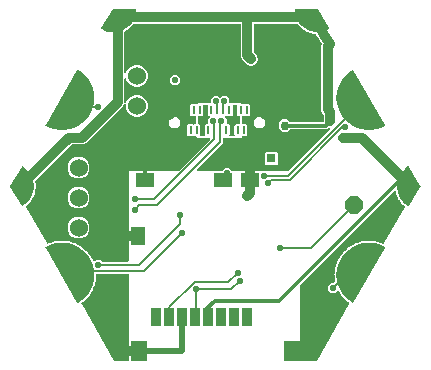
<source format=gbr>
G04 EAGLE Gerber RS-274X export*
G75*
%MOMM*%
%FSLAX34Y34*%
%LPD*%
%INTop Copper*%
%IPPOS*%
%AMOC8*
5,1,8,0,0,1.08239X$1,22.5*%
G01*
%ADD10P,1.649562X8X22.500000*%
%ADD11C,1.524000*%
%ADD12R,0.290000X0.700000*%
%ADD13C,1.008000*%
%ADD14C,1.530000*%
%ADD15R,0.812800X1.498600*%
%ADD16R,1.397000X1.701800*%
%ADD17R,1.143000X1.498600*%
%ADD18R,1.498600X1.143000*%
%ADD19C,1.000000*%
%ADD20R,0.800000X0.800000*%
%ADD21C,0.750000*%
%ADD22C,0.812800*%
%ADD23C,0.304800*%
%ADD24C,0.508000*%
%ADD25C,0.554800*%
%ADD26C,0.203200*%

G36*
X-74148Y87000D02*
X-74148Y87000D01*
X-74129Y86998D01*
X-74027Y87020D01*
X-73925Y87037D01*
X-73908Y87046D01*
X-73888Y87050D01*
X-73799Y87104D01*
X-73708Y87152D01*
X-73694Y87166D01*
X-73677Y87177D01*
X-73610Y87255D01*
X-73538Y87330D01*
X-73530Y87348D01*
X-73517Y87363D01*
X-73478Y87460D01*
X-73435Y87553D01*
X-73433Y87573D01*
X-73425Y87592D01*
X-73407Y87758D01*
X-73407Y163671D01*
X-73183Y163894D01*
X-31550Y163894D01*
X-31460Y163909D01*
X-31369Y163916D01*
X-31339Y163929D01*
X-31307Y163934D01*
X-31227Y163977D01*
X-31143Y164012D01*
X-31111Y164038D01*
X-31090Y164049D01*
X-31068Y164072D01*
X-31012Y164117D01*
X-4659Y190470D01*
X-4618Y190528D01*
X-4568Y190580D01*
X-4546Y190627D01*
X-4516Y190669D01*
X-4495Y190738D01*
X-4465Y190803D01*
X-4459Y190855D01*
X-4443Y190905D01*
X-4445Y190976D01*
X-4437Y191047D01*
X-4449Y191098D01*
X-4450Y191150D01*
X-4474Y191218D01*
X-4490Y191288D01*
X-4516Y191333D01*
X-4534Y191381D01*
X-4579Y191437D01*
X-4616Y191499D01*
X-4655Y191533D01*
X-4688Y191573D01*
X-4748Y191612D01*
X-4803Y191659D01*
X-4851Y191678D01*
X-4895Y191706D01*
X-4964Y191724D01*
X-5031Y191751D01*
X-5102Y191759D01*
X-5133Y191767D01*
X-5157Y191765D01*
X-5198Y191769D01*
X-15077Y191769D01*
X-16247Y192940D01*
X-16321Y192993D01*
X-16391Y193052D01*
X-16421Y193064D01*
X-16447Y193083D01*
X-16534Y193110D01*
X-16619Y193144D01*
X-16660Y193149D01*
X-16682Y193156D01*
X-16714Y193155D01*
X-16786Y193163D01*
X-18041Y193163D01*
X-18074Y193186D01*
X-18093Y193192D01*
X-18110Y193203D01*
X-18210Y193228D01*
X-18309Y193259D01*
X-18329Y193258D01*
X-18348Y193263D01*
X-18451Y193255D01*
X-18555Y193252D01*
X-18574Y193246D01*
X-18593Y193244D01*
X-18688Y193204D01*
X-18786Y193168D01*
X-18792Y193163D01*
X-22994Y193163D01*
X-23887Y194056D01*
X-23887Y202319D01*
X-22994Y203212D01*
X-18784Y203212D01*
X-18751Y203189D01*
X-18732Y203183D01*
X-18715Y203172D01*
X-18615Y203147D01*
X-18516Y203116D01*
X-18496Y203117D01*
X-18477Y203112D01*
X-18374Y203120D01*
X-18270Y203123D01*
X-18251Y203129D01*
X-18231Y203131D01*
X-18136Y203171D01*
X-18039Y203207D01*
X-18032Y203212D01*
X-16954Y203212D01*
X-16935Y203215D01*
X-16915Y203213D01*
X-16814Y203235D01*
X-16712Y203252D01*
X-16694Y203261D01*
X-16675Y203266D01*
X-16586Y203319D01*
X-16494Y203367D01*
X-16481Y203381D01*
X-16464Y203392D01*
X-16396Y203470D01*
X-16325Y203545D01*
X-16317Y203563D01*
X-16304Y203579D01*
X-16265Y203675D01*
X-16221Y203768D01*
X-16219Y203788D01*
X-16212Y203807D01*
X-16193Y203973D01*
X-16193Y209402D01*
X-16196Y209421D01*
X-16194Y209441D01*
X-16216Y209542D01*
X-16233Y209644D01*
X-16242Y209662D01*
X-16247Y209681D01*
X-16300Y209770D01*
X-16348Y209862D01*
X-16362Y209875D01*
X-16373Y209892D01*
X-16451Y209960D01*
X-16526Y210031D01*
X-16544Y210039D01*
X-16560Y210052D01*
X-16656Y210091D01*
X-16749Y210135D01*
X-16769Y210137D01*
X-16788Y210144D01*
X-16954Y210163D01*
X-20494Y210163D01*
X-21387Y211056D01*
X-21387Y219319D01*
X-20494Y220212D01*
X-16161Y220212D01*
X-16071Y220227D01*
X-15980Y220234D01*
X-15950Y220247D01*
X-15918Y220252D01*
X-15837Y220295D01*
X-15753Y220330D01*
X-15721Y220356D01*
X-15701Y220367D01*
X-15678Y220390D01*
X-15622Y220435D01*
X-15077Y220981D01*
X-4508Y220981D01*
X-4489Y220984D01*
X-4469Y220982D01*
X-4368Y221004D01*
X-4266Y221020D01*
X-4248Y221030D01*
X-4229Y221034D01*
X-4140Y221087D01*
X-4048Y221136D01*
X-4035Y221150D01*
X-4018Y221160D01*
X-3950Y221239D01*
X-3879Y221314D01*
X-3871Y221332D01*
X-3858Y221347D01*
X-3819Y221443D01*
X-3775Y221537D01*
X-3773Y221557D01*
X-3766Y221575D01*
X-3747Y221742D01*
X-3747Y224532D01*
X-1229Y227050D01*
X2332Y227050D01*
X3549Y225833D01*
X3565Y225821D01*
X3578Y225806D01*
X3665Y225750D01*
X3749Y225690D01*
X3768Y225684D01*
X3785Y225673D01*
X3885Y225648D01*
X3984Y225617D01*
X4004Y225618D01*
X4023Y225613D01*
X4126Y225621D01*
X4230Y225624D01*
X4249Y225630D01*
X4268Y225632D01*
X4363Y225672D01*
X4461Y225708D01*
X4477Y225721D01*
X4495Y225728D01*
X4626Y225833D01*
X5843Y227050D01*
X9404Y227050D01*
X11922Y224532D01*
X11922Y221742D01*
X11925Y221722D01*
X11923Y221703D01*
X11945Y221601D01*
X11962Y221499D01*
X11971Y221482D01*
X11976Y221462D01*
X12029Y221373D01*
X12077Y221282D01*
X12091Y221268D01*
X12102Y221251D01*
X12180Y221184D01*
X12255Y221112D01*
X12273Y221104D01*
X12289Y221091D01*
X12385Y221052D01*
X12478Y221009D01*
X12498Y221007D01*
X12517Y220999D01*
X12683Y220981D01*
X21427Y220981D01*
X21972Y220435D01*
X22046Y220382D01*
X22116Y220323D01*
X22146Y220311D01*
X22172Y220292D01*
X22259Y220265D01*
X22344Y220231D01*
X22385Y220226D01*
X22407Y220219D01*
X22439Y220220D01*
X22511Y220212D01*
X23716Y220212D01*
X23749Y220189D01*
X23768Y220183D01*
X23785Y220172D01*
X23885Y220147D01*
X23984Y220116D01*
X24004Y220117D01*
X24023Y220112D01*
X24126Y220120D01*
X24230Y220123D01*
X24249Y220129D01*
X24268Y220131D01*
X24363Y220171D01*
X24461Y220207D01*
X24467Y220212D01*
X28669Y220212D01*
X29562Y219319D01*
X29562Y211056D01*
X28669Y210163D01*
X24459Y210163D01*
X24426Y210186D01*
X24407Y210192D01*
X24390Y210203D01*
X24290Y210228D01*
X24191Y210259D01*
X24171Y210258D01*
X24152Y210263D01*
X24049Y210255D01*
X23945Y210252D01*
X23926Y210246D01*
X23906Y210244D01*
X23811Y210204D01*
X23714Y210168D01*
X23707Y210163D01*
X23304Y210163D01*
X23285Y210160D01*
X23265Y210162D01*
X23164Y210140D01*
X23062Y210123D01*
X23044Y210114D01*
X23025Y210109D01*
X22936Y210056D01*
X22844Y210008D01*
X22831Y209994D01*
X22814Y209983D01*
X22746Y209905D01*
X22675Y209830D01*
X22667Y209812D01*
X22654Y209796D01*
X22615Y209700D01*
X22571Y209607D01*
X22569Y209587D01*
X22562Y209568D01*
X22543Y209402D01*
X22543Y203973D01*
X22546Y203954D01*
X22544Y203934D01*
X22566Y203833D01*
X22583Y203731D01*
X22592Y203713D01*
X22597Y203694D01*
X22650Y203605D01*
X22698Y203513D01*
X22712Y203500D01*
X22723Y203483D01*
X22801Y203415D01*
X22876Y203344D01*
X22894Y203336D01*
X22910Y203323D01*
X23006Y203284D01*
X23099Y203240D01*
X23119Y203238D01*
X23138Y203231D01*
X23304Y203212D01*
X26169Y203212D01*
X27062Y202319D01*
X27062Y194056D01*
X26169Y193163D01*
X23136Y193163D01*
X23046Y193148D01*
X22955Y193141D01*
X22925Y193128D01*
X22893Y193123D01*
X22812Y193080D01*
X22728Y193045D01*
X22696Y193019D01*
X22676Y193008D01*
X22653Y192985D01*
X22597Y192940D01*
X21427Y191769D01*
X7389Y191769D01*
X7370Y191766D01*
X7350Y191768D01*
X7249Y191746D01*
X7147Y191730D01*
X7129Y191720D01*
X7110Y191716D01*
X7021Y191663D01*
X6929Y191614D01*
X6916Y191600D01*
X6899Y191590D01*
X6831Y191511D01*
X6760Y191436D01*
X6752Y191418D01*
X6739Y191403D01*
X6700Y191307D01*
X6656Y191213D01*
X6654Y191193D01*
X6647Y191175D01*
X6628Y191008D01*
X6628Y187500D01*
X-15678Y165194D01*
X-15720Y165136D01*
X-15769Y165084D01*
X-15791Y165036D01*
X-15822Y164994D01*
X-15843Y164926D01*
X-15873Y164860D01*
X-15879Y164809D01*
X-15894Y164759D01*
X-15892Y164687D01*
X-15900Y164616D01*
X-15889Y164565D01*
X-15888Y164513D01*
X-15863Y164446D01*
X-15848Y164376D01*
X-15821Y164331D01*
X-15803Y164282D01*
X-15758Y164226D01*
X-15721Y164165D01*
X-15682Y164131D01*
X-15649Y164090D01*
X-15589Y164051D01*
X-15535Y164005D01*
X-15486Y163985D01*
X-15442Y163957D01*
X-15373Y163940D01*
X-15306Y163913D01*
X-15235Y163905D01*
X-15204Y163897D01*
X-15181Y163899D01*
X-15140Y163894D01*
X5100Y163894D01*
X5190Y163909D01*
X5281Y163916D01*
X5310Y163929D01*
X5342Y163934D01*
X5423Y163977D01*
X5507Y164012D01*
X5539Y164038D01*
X5560Y164049D01*
X5582Y164072D01*
X5638Y164117D01*
X7744Y166224D01*
X11306Y166224D01*
X13412Y164117D01*
X13486Y164064D01*
X13556Y164005D01*
X13586Y163992D01*
X13612Y163974D01*
X13699Y163947D01*
X13784Y163913D01*
X13825Y163908D01*
X13847Y163901D01*
X13879Y163902D01*
X13950Y163894D01*
X38380Y163894D01*
X38470Y163909D01*
X38561Y163916D01*
X38591Y163929D01*
X38623Y163934D01*
X38704Y163977D01*
X38787Y164012D01*
X38820Y164038D01*
X38840Y164049D01*
X38862Y164072D01*
X38918Y164117D01*
X39010Y164209D01*
X42572Y164209D01*
X42664Y164117D01*
X42738Y164064D01*
X42807Y164005D01*
X42837Y163992D01*
X42863Y163974D01*
X42950Y163947D01*
X43035Y163913D01*
X43076Y163908D01*
X43098Y163901D01*
X43131Y163902D01*
X43202Y163894D01*
X61573Y163894D01*
X61663Y163909D01*
X61754Y163916D01*
X61784Y163929D01*
X61816Y163934D01*
X61897Y163977D01*
X61981Y164012D01*
X62013Y164038D01*
X62033Y164049D01*
X62056Y164072D01*
X62112Y164117D01*
X97160Y199166D01*
X97202Y199224D01*
X97251Y199276D01*
X97273Y199323D01*
X97304Y199365D01*
X97325Y199434D01*
X97355Y199499D01*
X97361Y199551D01*
X97376Y199601D01*
X97374Y199672D01*
X97382Y199743D01*
X97371Y199794D01*
X97370Y199846D01*
X97345Y199914D01*
X97330Y199984D01*
X97303Y200028D01*
X97285Y200077D01*
X97240Y200133D01*
X97204Y200195D01*
X97164Y200229D01*
X97131Y200269D01*
X97071Y200308D01*
X97017Y200355D01*
X96968Y200374D01*
X96925Y200402D01*
X96855Y200420D01*
X96789Y200447D01*
X96717Y200455D01*
X96686Y200463D01*
X96663Y200461D01*
X96622Y200465D01*
X96197Y200465D01*
X96107Y200450D01*
X96016Y200443D01*
X95986Y200431D01*
X95954Y200425D01*
X95873Y200383D01*
X95789Y200347D01*
X95757Y200321D01*
X95737Y200310D01*
X95714Y200287D01*
X95658Y200242D01*
X94542Y199126D01*
X63464Y199126D01*
X63374Y199112D01*
X63283Y199104D01*
X63253Y199092D01*
X63221Y199087D01*
X63140Y199044D01*
X63056Y199008D01*
X63024Y198982D01*
X63004Y198971D01*
X62981Y198948D01*
X62925Y198903D01*
X60922Y196900D01*
X56553Y196900D01*
X53463Y199990D01*
X53463Y204360D01*
X56553Y207450D01*
X60922Y207450D01*
X62925Y205447D01*
X62999Y205394D01*
X63069Y205334D01*
X63099Y205322D01*
X63125Y205303D01*
X63212Y205276D01*
X63297Y205242D01*
X63338Y205238D01*
X63360Y205231D01*
X63392Y205232D01*
X63464Y205224D01*
X90809Y205224D01*
X90828Y205227D01*
X90848Y205225D01*
X90949Y205247D01*
X91051Y205263D01*
X91069Y205273D01*
X91088Y205277D01*
X91177Y205330D01*
X91269Y205379D01*
X91282Y205393D01*
X91299Y205403D01*
X91367Y205482D01*
X91438Y205557D01*
X91446Y205575D01*
X91459Y205590D01*
X91498Y205686D01*
X91542Y205780D01*
X91544Y205800D01*
X91551Y205818D01*
X91570Y205985D01*
X91570Y211361D01*
X91555Y211451D01*
X91548Y211542D01*
X91535Y211572D01*
X91530Y211604D01*
X91487Y211685D01*
X91452Y211769D01*
X91426Y211801D01*
X91415Y211821D01*
X91392Y211844D01*
X91347Y211899D01*
X90512Y212734D01*
X89661Y214788D01*
X89661Y270876D01*
X89838Y271302D01*
X89842Y271320D01*
X89851Y271335D01*
X89870Y271439D01*
X89894Y271542D01*
X89892Y271560D01*
X89896Y271577D01*
X89881Y271682D01*
X89871Y271787D01*
X89864Y271803D01*
X89861Y271821D01*
X89794Y271974D01*
X86517Y277650D01*
X85539Y279345D01*
X85512Y279378D01*
X85492Y279416D01*
X85434Y279473D01*
X85383Y279535D01*
X85347Y279558D01*
X85316Y279588D01*
X85243Y279623D01*
X85175Y279666D01*
X85133Y279676D01*
X85094Y279694D01*
X85014Y279704D01*
X84936Y279723D01*
X84925Y279722D01*
X84112Y279889D01*
X84079Y279891D01*
X83990Y279904D01*
X83372Y279930D01*
X83298Y279979D01*
X83224Y280037D01*
X83196Y280047D01*
X83170Y280064D01*
X83011Y280116D01*
X81775Y280369D01*
X81744Y280371D01*
X81715Y280379D01*
X81622Y280376D01*
X81529Y280379D01*
X81500Y280371D01*
X81470Y280370D01*
X81375Y280339D01*
X80791Y280561D01*
X80759Y280568D01*
X80674Y280596D01*
X80068Y280720D01*
X80002Y280781D01*
X79939Y280849D01*
X79912Y280864D01*
X79890Y280885D01*
X79741Y280961D01*
X78562Y281410D01*
X78532Y281416D01*
X78505Y281429D01*
X78412Y281441D01*
X78321Y281459D01*
X78291Y281455D01*
X78261Y281459D01*
X78162Y281444D01*
X77622Y281757D01*
X77591Y281769D01*
X77511Y281810D01*
X76933Y282030D01*
X76878Y282100D01*
X76827Y282178D01*
X76803Y282197D01*
X76784Y282221D01*
X76649Y282320D01*
X75557Y282952D01*
X75529Y282963D01*
X75504Y282981D01*
X75415Y283007D01*
X75327Y283040D01*
X75297Y283041D01*
X75268Y283049D01*
X75169Y283050D01*
X74685Y283446D01*
X74657Y283462D01*
X74585Y283516D01*
X74049Y283825D01*
X74006Y283904D01*
X73968Y283989D01*
X73948Y284011D01*
X73933Y284038D01*
X73816Y284158D01*
X72839Y284957D01*
X72813Y284972D01*
X72791Y284993D01*
X72707Y285033D01*
X72626Y285080D01*
X72596Y285086D01*
X72569Y285099D01*
X72471Y285116D01*
X72058Y285584D01*
X72032Y285604D01*
X71969Y285669D01*
X71491Y286060D01*
X71461Y286145D01*
X71437Y286235D01*
X71420Y286260D01*
X71410Y286289D01*
X71313Y286426D01*
X70478Y287371D01*
X70454Y287391D01*
X70436Y287415D01*
X70360Y287468D01*
X70287Y287527D01*
X70259Y287538D01*
X70234Y287555D01*
X70140Y287587D01*
X69900Y287969D01*
X69869Y288003D01*
X69864Y288012D01*
X69861Y288014D01*
X69838Y288053D01*
X69784Y288100D01*
X69737Y288153D01*
X69691Y288179D01*
X69651Y288213D01*
X69585Y288240D01*
X69523Y288275D01*
X69472Y288286D01*
X69423Y288305D01*
X69310Y288318D01*
X69282Y288323D01*
X69272Y288322D01*
X69256Y288324D01*
X33337Y288324D01*
X33318Y288321D01*
X33298Y288323D01*
X33197Y288301D01*
X33095Y288284D01*
X33077Y288275D01*
X33058Y288270D01*
X32969Y288217D01*
X32877Y288169D01*
X32864Y288155D01*
X32847Y288144D01*
X32779Y288066D01*
X32708Y287991D01*
X32700Y287973D01*
X32687Y287957D01*
X32648Y287861D01*
X32604Y287768D01*
X32602Y287748D01*
X32595Y287729D01*
X32576Y287563D01*
X32576Y264543D01*
X32591Y264453D01*
X32598Y264362D01*
X32611Y264332D01*
X32616Y264300D01*
X32659Y264219D01*
X32694Y264135D01*
X32720Y264103D01*
X32731Y264083D01*
X32754Y264060D01*
X32799Y264004D01*
X34900Y261903D01*
X35156Y261285D01*
X35191Y261229D01*
X35217Y261169D01*
X35269Y261104D01*
X35286Y261076D01*
X35301Y261064D01*
X35321Y261038D01*
X35437Y260922D01*
X35437Y260759D01*
X35448Y260694D01*
X35448Y260628D01*
X35472Y260548D01*
X35477Y260516D01*
X35486Y260499D01*
X35495Y260467D01*
X35751Y259849D01*
X35751Y257626D01*
X35495Y257008D01*
X35480Y256944D01*
X35456Y256883D01*
X35447Y256800D01*
X35439Y256768D01*
X35441Y256749D01*
X35437Y256716D01*
X35437Y256553D01*
X35321Y256437D01*
X35283Y256384D01*
X35237Y256337D01*
X35197Y256264D01*
X35178Y256237D01*
X35172Y256219D01*
X35156Y256190D01*
X34900Y255572D01*
X33328Y254000D01*
X32710Y253744D01*
X32654Y253709D01*
X32594Y253683D01*
X32529Y253631D01*
X32501Y253614D01*
X32489Y253599D01*
X32463Y253579D01*
X32347Y253463D01*
X32184Y253463D01*
X32119Y253452D01*
X32053Y253452D01*
X31973Y253428D01*
X31941Y253423D01*
X31924Y253414D01*
X31892Y253405D01*
X31274Y253149D01*
X29051Y253149D01*
X28433Y253405D01*
X28369Y253420D01*
X28308Y253444D01*
X28225Y253453D01*
X28193Y253461D01*
X28174Y253459D01*
X28141Y253463D01*
X27978Y253463D01*
X27862Y253579D01*
X27809Y253617D01*
X27762Y253663D01*
X27689Y253703D01*
X27662Y253722D01*
X27644Y253728D01*
X27615Y253744D01*
X26997Y254000D01*
X22250Y258747D01*
X21399Y260801D01*
X21399Y287563D01*
X21396Y287582D01*
X21398Y287602D01*
X21376Y287703D01*
X21359Y287805D01*
X21350Y287823D01*
X21345Y287842D01*
X21292Y287931D01*
X21244Y288023D01*
X21230Y288036D01*
X21219Y288053D01*
X21141Y288121D01*
X21066Y288192D01*
X21048Y288200D01*
X21032Y288213D01*
X20936Y288252D01*
X20843Y288296D01*
X20823Y288298D01*
X20804Y288305D01*
X20638Y288324D01*
X-69256Y288324D01*
X-69308Y288315D01*
X-69361Y288317D01*
X-69429Y288295D01*
X-69499Y288284D01*
X-69545Y288259D01*
X-69596Y288244D01*
X-69653Y288202D01*
X-69716Y288169D01*
X-69752Y288131D01*
X-69795Y288100D01*
X-69866Y288011D01*
X-69885Y287991D01*
X-69890Y287981D01*
X-69900Y287969D01*
X-70137Y287593D01*
X-70217Y287552D01*
X-70303Y287517D01*
X-70326Y287498D01*
X-70354Y287484D01*
X-70478Y287371D01*
X-71313Y286426D01*
X-71330Y286400D01*
X-71351Y286379D01*
X-71395Y286297D01*
X-71444Y286218D01*
X-71451Y286188D01*
X-71466Y286162D01*
X-71486Y286064D01*
X-71969Y285669D01*
X-71991Y285644D01*
X-72058Y285584D01*
X-72467Y285121D01*
X-72553Y285094D01*
X-72644Y285073D01*
X-72670Y285057D01*
X-72698Y285048D01*
X-72839Y284957D01*
X-73816Y284158D01*
X-73836Y284135D01*
X-73861Y284118D01*
X-73917Y284043D01*
X-73978Y283973D01*
X-73990Y283945D01*
X-74008Y283921D01*
X-74044Y283828D01*
X-74585Y283516D01*
X-74610Y283495D01*
X-74685Y283446D01*
X-75164Y283054D01*
X-75253Y283042D01*
X-75346Y283036D01*
X-75374Y283024D01*
X-75404Y283020D01*
X-75557Y282952D01*
X-76631Y282331D01*
X-76683Y282288D01*
X-76741Y282254D01*
X-76778Y282211D01*
X-76822Y282175D01*
X-76857Y282118D01*
X-76901Y282067D01*
X-76922Y282014D01*
X-76952Y281966D01*
X-76968Y281901D01*
X-76993Y281838D01*
X-77002Y281759D01*
X-77009Y281727D01*
X-77007Y281706D01*
X-77011Y281672D01*
X-77011Y247323D01*
X-76996Y247227D01*
X-76986Y247130D01*
X-76976Y247106D01*
X-76972Y247080D01*
X-76926Y246994D01*
X-76886Y246905D01*
X-76869Y246886D01*
X-76856Y246863D01*
X-76786Y246796D01*
X-76720Y246724D01*
X-76697Y246711D01*
X-76678Y246693D01*
X-76590Y246652D01*
X-76504Y246605D01*
X-76479Y246601D01*
X-76455Y246590D01*
X-76358Y246579D01*
X-76262Y246562D01*
X-76236Y246565D01*
X-76211Y246563D01*
X-76115Y246583D01*
X-76019Y246597D01*
X-75996Y246609D01*
X-75970Y246615D01*
X-75887Y246665D01*
X-75800Y246709D01*
X-75781Y246728D01*
X-75759Y246741D01*
X-75696Y246815D01*
X-75628Y246885D01*
X-75612Y246913D01*
X-75599Y246928D01*
X-75587Y246959D01*
X-75547Y247031D01*
X-74453Y249672D01*
X-71872Y252253D01*
X-68500Y253650D01*
X-64850Y253650D01*
X-61478Y252253D01*
X-58897Y249672D01*
X-57500Y246300D01*
X-57500Y242650D01*
X-58897Y239278D01*
X-61478Y236697D01*
X-64850Y235300D01*
X-68500Y235300D01*
X-71872Y236697D01*
X-74453Y239278D01*
X-75547Y241919D01*
X-75598Y242002D01*
X-75644Y242087D01*
X-75662Y242105D01*
X-75676Y242128D01*
X-75752Y242190D01*
X-75822Y242257D01*
X-75846Y242268D01*
X-75866Y242284D01*
X-75957Y242319D01*
X-76045Y242360D01*
X-76071Y242363D01*
X-76095Y242373D01*
X-76193Y242377D01*
X-76289Y242387D01*
X-76315Y242382D01*
X-76341Y242383D01*
X-76435Y242356D01*
X-76530Y242335D01*
X-76552Y242322D01*
X-76577Y242314D01*
X-76657Y242259D01*
X-76741Y242209D01*
X-76758Y242189D01*
X-76779Y242174D01*
X-76838Y242096D01*
X-76901Y242022D01*
X-76911Y241998D01*
X-76926Y241977D01*
X-76956Y241884D01*
X-76993Y241794D01*
X-76996Y241761D01*
X-77002Y241743D01*
X-77002Y241710D01*
X-77011Y241627D01*
X-77011Y221923D01*
X-76996Y221827D01*
X-76986Y221730D01*
X-76976Y221706D01*
X-76972Y221680D01*
X-76926Y221594D01*
X-76886Y221505D01*
X-76869Y221486D01*
X-76856Y221463D01*
X-76786Y221396D01*
X-76720Y221324D01*
X-76697Y221311D01*
X-76678Y221293D01*
X-76590Y221252D01*
X-76504Y221205D01*
X-76479Y221201D01*
X-76455Y221190D01*
X-76358Y221179D01*
X-76262Y221162D01*
X-76236Y221165D01*
X-76211Y221163D01*
X-76115Y221183D01*
X-76019Y221197D01*
X-75996Y221209D01*
X-75970Y221215D01*
X-75887Y221265D01*
X-75800Y221309D01*
X-75781Y221328D01*
X-75759Y221341D01*
X-75696Y221415D01*
X-75628Y221485D01*
X-75612Y221513D01*
X-75599Y221528D01*
X-75587Y221559D01*
X-75547Y221631D01*
X-74453Y224272D01*
X-71872Y226853D01*
X-68500Y228250D01*
X-64850Y228250D01*
X-61478Y226853D01*
X-58897Y224272D01*
X-57500Y220900D01*
X-57500Y217250D01*
X-58897Y213878D01*
X-61478Y211297D01*
X-64850Y209900D01*
X-68500Y209900D01*
X-71872Y211297D01*
X-74453Y213878D01*
X-75850Y217250D01*
X-75850Y220065D01*
X-75865Y220162D01*
X-75875Y220259D01*
X-75885Y220282D01*
X-75889Y220308D01*
X-75935Y220394D01*
X-75975Y220483D01*
X-75992Y220503D01*
X-76005Y220526D01*
X-76075Y220593D01*
X-76141Y220664D01*
X-76164Y220677D01*
X-76183Y220695D01*
X-76271Y220736D01*
X-76357Y220783D01*
X-76382Y220788D01*
X-76406Y220799D01*
X-76503Y220809D01*
X-76599Y220827D01*
X-76625Y220823D01*
X-76650Y220826D01*
X-76746Y220805D01*
X-76842Y220791D01*
X-76865Y220779D01*
X-76891Y220773D01*
X-76974Y220724D01*
X-77061Y220679D01*
X-77080Y220661D01*
X-77102Y220647D01*
X-77165Y220573D01*
X-77233Y220504D01*
X-77249Y220475D01*
X-77262Y220460D01*
X-77274Y220430D01*
X-77314Y220357D01*
X-77862Y219034D01*
X-109547Y187350D01*
X-111601Y186499D01*
X-121295Y186499D01*
X-121385Y186484D01*
X-121476Y186477D01*
X-121506Y186464D01*
X-121537Y186459D01*
X-121618Y186416D01*
X-121702Y186381D01*
X-121734Y186355D01*
X-121755Y186344D01*
X-121777Y186321D01*
X-121833Y186276D01*
X-152296Y155813D01*
X-152349Y155740D01*
X-152408Y155671D01*
X-152420Y155640D01*
X-152439Y155613D01*
X-152466Y155527D01*
X-152500Y155443D01*
X-152502Y155410D01*
X-152512Y155378D01*
X-152510Y155288D01*
X-152510Y155280D01*
X-152514Y155272D01*
X-152523Y155243D01*
X-152539Y155217D01*
X-152560Y155126D01*
X-152587Y155037D01*
X-152586Y155007D01*
X-152593Y154977D01*
X-152585Y154809D01*
X-152381Y153558D01*
X-152372Y153529D01*
X-152369Y153499D01*
X-152333Y153413D01*
X-152303Y153325D01*
X-152285Y153300D01*
X-152273Y153273D01*
X-152211Y153195D01*
X-152211Y152570D01*
X-152205Y152538D01*
X-152201Y152448D01*
X-152102Y151838D01*
X-152135Y151755D01*
X-152177Y151671D01*
X-152181Y151641D01*
X-152192Y151613D01*
X-152211Y151447D01*
X-152211Y150178D01*
X-152206Y150149D01*
X-152208Y150118D01*
X-152186Y150028D01*
X-152171Y149936D01*
X-152157Y149909D01*
X-152150Y149879D01*
X-152101Y149793D01*
X-152201Y149177D01*
X-152201Y149144D01*
X-152211Y149055D01*
X-152211Y148436D01*
X-152257Y148360D01*
X-152312Y148284D01*
X-152321Y148255D01*
X-152336Y148229D01*
X-152381Y148067D01*
X-152585Y146816D01*
X-152585Y146785D01*
X-152592Y146756D01*
X-152587Y146692D01*
X-152591Y146650D01*
X-152584Y146617D01*
X-152584Y146570D01*
X-152575Y146541D01*
X-152572Y146511D01*
X-152545Y146438D01*
X-152540Y146412D01*
X-152736Y145825D01*
X-152741Y145793D01*
X-152765Y145706D01*
X-152864Y145096D01*
X-152922Y145027D01*
X-152988Y144961D01*
X-153002Y144934D01*
X-153021Y144911D01*
X-153091Y144759D01*
X-153493Y143556D01*
X-153498Y143526D01*
X-153510Y143498D01*
X-153517Y143405D01*
X-153532Y143313D01*
X-153527Y143283D01*
X-153530Y143253D01*
X-153511Y143156D01*
X-153801Y142603D01*
X-153811Y142572D01*
X-153849Y142490D01*
X-154045Y141904D01*
X-154113Y141846D01*
X-154189Y141791D01*
X-154206Y141766D01*
X-154229Y141747D01*
X-154323Y141608D01*
X-154913Y140485D01*
X-154922Y140456D01*
X-154938Y140430D01*
X-154961Y140340D01*
X-154990Y140251D01*
X-154990Y140221D01*
X-154997Y140192D01*
X-154994Y140092D01*
X-155370Y139593D01*
X-155385Y139564D01*
X-155435Y139489D01*
X-155722Y138942D01*
X-155799Y138896D01*
X-155882Y138854D01*
X-155904Y138832D01*
X-155930Y138817D01*
X-156045Y138695D01*
X-156807Y137681D01*
X-156821Y137654D01*
X-156841Y137631D01*
X-156877Y137545D01*
X-156921Y137463D01*
X-156925Y137433D01*
X-156937Y137405D01*
X-156950Y137306D01*
X-157400Y136874D01*
X-157420Y136848D01*
X-157482Y136782D01*
X-157853Y136288D01*
X-157936Y136254D01*
X-158025Y136227D01*
X-158050Y136209D01*
X-158078Y136197D01*
X-158211Y136095D01*
X-159126Y135217D01*
X-159144Y135193D01*
X-159167Y135173D01*
X-159217Y135095D01*
X-159273Y135020D01*
X-159283Y134991D01*
X-159299Y134966D01*
X-159327Y134870D01*
X-159841Y134516D01*
X-159865Y134493D01*
X-159936Y134438D01*
X-160471Y133924D01*
X-160502Y133883D01*
X-160540Y133849D01*
X-160575Y133785D01*
X-160619Y133728D01*
X-160635Y133679D01*
X-160660Y133634D01*
X-160673Y133563D01*
X-160696Y133494D01*
X-160695Y133443D01*
X-160705Y133392D01*
X-160695Y133320D01*
X-160694Y133248D01*
X-160678Y133199D01*
X-160670Y133148D01*
X-160623Y133041D01*
X-160615Y133015D01*
X-160609Y133008D01*
X-160603Y132995D01*
X-142968Y102449D01*
X-142895Y102360D01*
X-142825Y102270D01*
X-142818Y102265D01*
X-142812Y102258D01*
X-142715Y102197D01*
X-142620Y102135D01*
X-142611Y102132D01*
X-142604Y102128D01*
X-142492Y102101D01*
X-142382Y102072D01*
X-142373Y102072D01*
X-142365Y102070D01*
X-142251Y102080D01*
X-142137Y102088D01*
X-142127Y102091D01*
X-142120Y102092D01*
X-142098Y102101D01*
X-141978Y102143D01*
X-141466Y102390D01*
X-141437Y102410D01*
X-141405Y102423D01*
X-141337Y102480D01*
X-141264Y102531D01*
X-141244Y102559D01*
X-141217Y102582D01*
X-141172Y102647D01*
X-140557Y102837D01*
X-140528Y102851D01*
X-140451Y102878D01*
X-139874Y103156D01*
X-139803Y103150D01*
X-139715Y103134D01*
X-139681Y103140D01*
X-139647Y103137D01*
X-139482Y103168D01*
X-137375Y103817D01*
X-137344Y103833D01*
X-137310Y103840D01*
X-137235Y103887D01*
X-137155Y103927D01*
X-137131Y103951D01*
X-137101Y103969D01*
X-137047Y104028D01*
X-136410Y104123D01*
X-136379Y104133D01*
X-136300Y104149D01*
X-135688Y104337D01*
X-135618Y104321D01*
X-135534Y104292D01*
X-135499Y104292D01*
X-135465Y104284D01*
X-135298Y104291D01*
X-133118Y104618D01*
X-133085Y104629D01*
X-133050Y104632D01*
X-132968Y104667D01*
X-132884Y104694D01*
X-132856Y104714D01*
X-132824Y104728D01*
X-132762Y104778D01*
X-132118Y104777D01*
X-132086Y104783D01*
X-132005Y104786D01*
X-131372Y104881D01*
X-131305Y104854D01*
X-131226Y104814D01*
X-131192Y104809D01*
X-131159Y104796D01*
X-130993Y104777D01*
X-128789Y104776D01*
X-128754Y104782D01*
X-128720Y104779D01*
X-128634Y104802D01*
X-128546Y104816D01*
X-128515Y104832D01*
X-128482Y104841D01*
X-128413Y104881D01*
X-127777Y104784D01*
X-127744Y104785D01*
X-127663Y104776D01*
X-127023Y104776D01*
X-126961Y104739D01*
X-126889Y104687D01*
X-126856Y104677D01*
X-126826Y104660D01*
X-126664Y104616D01*
X-124484Y104287D01*
X-124449Y104288D01*
X-124416Y104280D01*
X-124327Y104289D01*
X-124238Y104290D01*
X-124206Y104302D01*
X-124171Y104305D01*
X-124097Y104334D01*
X-123482Y104144D01*
X-123450Y104140D01*
X-123371Y104119D01*
X-122738Y104023D01*
X-122683Y103978D01*
X-122619Y103916D01*
X-122588Y103901D01*
X-122561Y103879D01*
X-122407Y103812D01*
X-120301Y103162D01*
X-120266Y103157D01*
X-120234Y103145D01*
X-120145Y103140D01*
X-120057Y103128D01*
X-120023Y103135D01*
X-119988Y103133D01*
X-119911Y103151D01*
X-119331Y102871D01*
X-119300Y102862D01*
X-119225Y102830D01*
X-118613Y102641D01*
X-118565Y102588D01*
X-118511Y102517D01*
X-118483Y102497D01*
X-118459Y102472D01*
X-118317Y102383D01*
X-116332Y101426D01*
X-116299Y101416D01*
X-116268Y101399D01*
X-116181Y101381D01*
X-116096Y101356D01*
X-116061Y101358D01*
X-116027Y101351D01*
X-115948Y101357D01*
X-115416Y100994D01*
X-115387Y100980D01*
X-115318Y100937D01*
X-114741Y100659D01*
X-114701Y100599D01*
X-114659Y100521D01*
X-114633Y100498D01*
X-114614Y100469D01*
X-114487Y100360D01*
X-112666Y99117D01*
X-112634Y99103D01*
X-112607Y99081D01*
X-112524Y99051D01*
X-112443Y99014D01*
X-112408Y99010D01*
X-112376Y98998D01*
X-112297Y98992D01*
X-111825Y98554D01*
X-111798Y98536D01*
X-111736Y98483D01*
X-111207Y98122D01*
X-111177Y98058D01*
X-111146Y97974D01*
X-111125Y97947D01*
X-111110Y97915D01*
X-111000Y97788D01*
X-109385Y96289D01*
X-109356Y96269D01*
X-109332Y96244D01*
X-109254Y96202D01*
X-109180Y96153D01*
X-109147Y96144D01*
X-109116Y96127D01*
X-109039Y96110D01*
X-108637Y95606D01*
X-108613Y95584D01*
X-108560Y95523D01*
X-108091Y95087D01*
X-108070Y95018D01*
X-108053Y94931D01*
X-108035Y94901D01*
X-108025Y94868D01*
X-107936Y94726D01*
X-106562Y93002D01*
X-106537Y92979D01*
X-106517Y92950D01*
X-106446Y92897D01*
X-106380Y92837D01*
X-106348Y92823D01*
X-106320Y92802D01*
X-106246Y92774D01*
X-105925Y92216D01*
X-105904Y92191D01*
X-105861Y92122D01*
X-105462Y91621D01*
X-105452Y91550D01*
X-105447Y91461D01*
X-105435Y91429D01*
X-105430Y91395D01*
X-105362Y91241D01*
X-104261Y89332D01*
X-104239Y89305D01*
X-104224Y89274D01*
X-104161Y89210D01*
X-104105Y89142D01*
X-104076Y89123D01*
X-104052Y89098D01*
X-103983Y89059D01*
X-103748Y88460D01*
X-103731Y88431D01*
X-103698Y88357D01*
X-103345Y87745D01*
X-103271Y87654D01*
X-103196Y87560D01*
X-103192Y87558D01*
X-103190Y87555D01*
X-103090Y87492D01*
X-102989Y87427D01*
X-102985Y87426D01*
X-102981Y87424D01*
X-102866Y87396D01*
X-102750Y87367D01*
X-102746Y87367D01*
X-102742Y87366D01*
X-102624Y87377D01*
X-102505Y87386D01*
X-102501Y87388D01*
X-102497Y87388D01*
X-102387Y87436D01*
X-102279Y87482D01*
X-102275Y87485D01*
X-102272Y87487D01*
X-102262Y87496D01*
X-102148Y87587D01*
X-100980Y88755D01*
X-97419Y88755D01*
X-95884Y87220D01*
X-95810Y87167D01*
X-95740Y87108D01*
X-95710Y87095D01*
X-95684Y87077D01*
X-95597Y87050D01*
X-95512Y87016D01*
X-95471Y87011D01*
X-95449Y87004D01*
X-95417Y87005D01*
X-95345Y86997D01*
X-74168Y86997D01*
X-74148Y87000D01*
G37*
G36*
X85072Y2824D02*
X85072Y2824D01*
X85140Y2825D01*
X85193Y2844D01*
X85248Y2853D01*
X85308Y2885D01*
X85372Y2907D01*
X85416Y2942D01*
X85465Y2968D01*
X85512Y3017D01*
X85565Y3059D01*
X85612Y3123D01*
X85635Y3146D01*
X85644Y3165D01*
X85665Y3194D01*
X113367Y51177D01*
X113407Y51284D01*
X113415Y51302D01*
X113427Y51328D01*
X113427Y51334D01*
X113450Y51390D01*
X113451Y51399D01*
X113454Y51407D01*
X113458Y51521D01*
X113465Y51635D01*
X113462Y51644D01*
X113463Y51652D01*
X113430Y51762D01*
X113400Y51873D01*
X113395Y51880D01*
X113393Y51888D01*
X113327Y51982D01*
X113263Y52077D01*
X113255Y52084D01*
X113251Y52090D01*
X113233Y52103D01*
X113136Y52186D01*
X112681Y52496D01*
X112649Y52511D01*
X112622Y52533D01*
X112538Y52563D01*
X112458Y52600D01*
X112423Y52604D01*
X112391Y52616D01*
X112312Y52622D01*
X111840Y53059D01*
X111812Y53077D01*
X111751Y53130D01*
X111221Y53491D01*
X111191Y53556D01*
X111160Y53639D01*
X111139Y53666D01*
X111124Y53698D01*
X111014Y53825D01*
X109398Y55323D01*
X109369Y55342D01*
X109345Y55368D01*
X109267Y55410D01*
X109193Y55459D01*
X109160Y55468D01*
X109129Y55485D01*
X109052Y55502D01*
X108650Y56005D01*
X108626Y56027D01*
X108573Y56089D01*
X108103Y56524D01*
X108083Y56593D01*
X108065Y56680D01*
X108048Y56710D01*
X108038Y56743D01*
X107948Y56885D01*
X106573Y58608D01*
X106548Y58631D01*
X106528Y58660D01*
X106457Y58713D01*
X106391Y58773D01*
X106359Y58787D01*
X106331Y58807D01*
X106257Y58836D01*
X105935Y59393D01*
X105914Y59419D01*
X105871Y59488D01*
X105472Y59988D01*
X105462Y60059D01*
X105457Y60148D01*
X105445Y60180D01*
X105440Y60214D01*
X105372Y60368D01*
X104345Y62145D01*
X104269Y62238D01*
X104196Y62330D01*
X104192Y62332D01*
X104190Y62336D01*
X104089Y62399D01*
X103989Y62463D01*
X103985Y62464D01*
X103981Y62466D01*
X103865Y62494D01*
X103751Y62523D01*
X103746Y62523D01*
X103742Y62524D01*
X103623Y62513D01*
X103505Y62504D01*
X103501Y62502D01*
X103497Y62502D01*
X103388Y62454D01*
X103279Y62408D01*
X103275Y62404D01*
X103272Y62403D01*
X103261Y62394D01*
X103148Y62303D01*
X101587Y60742D01*
X98026Y60742D01*
X95508Y63260D01*
X95508Y66821D01*
X98026Y69339D01*
X100197Y69339D01*
X100287Y69354D01*
X100378Y69361D01*
X100407Y69374D01*
X100439Y69379D01*
X100520Y69422D01*
X100604Y69457D01*
X100636Y69483D01*
X100657Y69494D01*
X100679Y69517D01*
X100735Y69562D01*
X101044Y69871D01*
X101073Y69911D01*
X101109Y69945D01*
X101144Y70011D01*
X101188Y70071D01*
X101202Y70118D01*
X101226Y70162D01*
X101238Y70235D01*
X101260Y70306D01*
X101259Y70356D01*
X101267Y70404D01*
X101256Y70478D01*
X101254Y70552D01*
X101249Y70566D01*
X101185Y71417D01*
X101177Y71449D01*
X101168Y71530D01*
X101025Y72154D01*
X101047Y72222D01*
X101081Y72305D01*
X101084Y72339D01*
X101094Y72372D01*
X101100Y72540D01*
X100935Y74738D01*
X100927Y74771D01*
X100927Y74806D01*
X100898Y74890D01*
X100877Y74977D01*
X100858Y75006D01*
X100847Y75039D01*
X100802Y75104D01*
X100850Y75746D01*
X100847Y75779D01*
X100850Y75860D01*
X100802Y76499D01*
X100834Y76563D01*
X100880Y76639D01*
X100888Y76673D01*
X100903Y76704D01*
X100934Y76869D01*
X101098Y79067D01*
X101095Y79101D01*
X101100Y79136D01*
X101084Y79223D01*
X101077Y79312D01*
X101063Y79343D01*
X101057Y79378D01*
X101022Y79449D01*
X101165Y80077D01*
X101167Y80110D01*
X101182Y80189D01*
X101230Y80828D01*
X101270Y80887D01*
X101328Y80955D01*
X101340Y80987D01*
X101360Y81016D01*
X101415Y81174D01*
X101905Y83323D01*
X101907Y83358D01*
X101917Y83391D01*
X101915Y83480D01*
X101920Y83569D01*
X101911Y83602D01*
X101910Y83637D01*
X101886Y83712D01*
X102121Y84312D01*
X102128Y84344D01*
X102155Y84421D01*
X102297Y85045D01*
X102346Y85097D01*
X102413Y85156D01*
X102430Y85186D01*
X102454Y85211D01*
X102532Y85360D01*
X103337Y87412D01*
X103344Y87446D01*
X103359Y87477D01*
X103370Y87565D01*
X103389Y87652D01*
X103385Y87687D01*
X103389Y87721D01*
X103377Y87800D01*
X103698Y88357D01*
X103710Y88388D01*
X103748Y88460D01*
X103982Y89056D01*
X104038Y89100D01*
X104113Y89148D01*
X104134Y89175D01*
X104162Y89197D01*
X104261Y89332D01*
X105362Y91241D01*
X105375Y91274D01*
X105394Y91302D01*
X105418Y91388D01*
X105449Y91471D01*
X105451Y91506D01*
X105460Y91539D01*
X105460Y91619D01*
X105861Y92122D01*
X105877Y92151D01*
X105925Y92216D01*
X106245Y92771D01*
X106307Y92806D01*
X106388Y92843D01*
X106414Y92866D01*
X106444Y92883D01*
X106562Y93002D01*
X107936Y94726D01*
X107953Y94756D01*
X107976Y94782D01*
X108013Y94863D01*
X108056Y94941D01*
X108063Y94975D01*
X108077Y95006D01*
X108088Y95085D01*
X108560Y95523D01*
X108580Y95549D01*
X108637Y95606D01*
X109037Y96107D01*
X109104Y96133D01*
X109189Y96157D01*
X109218Y96176D01*
X109250Y96189D01*
X109385Y96289D01*
X111000Y97788D01*
X111022Y97816D01*
X111049Y97837D01*
X111096Y97912D01*
X111151Y97983D01*
X111163Y98015D01*
X111181Y98045D01*
X111204Y98120D01*
X111736Y98483D01*
X111760Y98506D01*
X111825Y98554D01*
X112294Y98990D01*
X112364Y99005D01*
X112453Y99016D01*
X112484Y99031D01*
X112518Y99039D01*
X112666Y99117D01*
X114487Y100360D01*
X114512Y100384D01*
X114542Y100401D01*
X114600Y100468D01*
X114665Y100529D01*
X114681Y100560D01*
X114704Y100586D01*
X114738Y100658D01*
X115318Y100937D01*
X115345Y100956D01*
X115416Y100994D01*
X115945Y101355D01*
X116017Y101360D01*
X116106Y101358D01*
X116139Y101368D01*
X116174Y101370D01*
X116332Y101426D01*
X118317Y102383D01*
X118346Y102403D01*
X118378Y102415D01*
X118446Y102473D01*
X118519Y102524D01*
X118539Y102552D01*
X118566Y102574D01*
X118610Y102640D01*
X119225Y102830D01*
X119255Y102845D01*
X119331Y102871D01*
X119908Y103150D01*
X119980Y103144D01*
X120067Y103128D01*
X120101Y103133D01*
X120136Y103130D01*
X120301Y103162D01*
X122407Y103812D01*
X122438Y103828D01*
X122472Y103836D01*
X122548Y103882D01*
X122627Y103922D01*
X122651Y103946D01*
X122681Y103965D01*
X122735Y104023D01*
X123371Y104119D01*
X123403Y104129D01*
X123482Y104144D01*
X124094Y104333D01*
X124164Y104317D01*
X124248Y104289D01*
X124283Y104289D01*
X124317Y104281D01*
X124484Y104287D01*
X126664Y104616D01*
X126697Y104627D01*
X126731Y104630D01*
X126813Y104665D01*
X126898Y104692D01*
X126926Y104713D01*
X126958Y104726D01*
X127019Y104776D01*
X127663Y104776D01*
X127696Y104781D01*
X127777Y104784D01*
X128410Y104880D01*
X128476Y104853D01*
X128555Y104813D01*
X128590Y104808D01*
X128622Y104795D01*
X128789Y104776D01*
X130993Y104777D01*
X131027Y104783D01*
X131062Y104780D01*
X131148Y104802D01*
X131235Y104817D01*
X131266Y104833D01*
X131300Y104842D01*
X131368Y104882D01*
X132005Y104786D01*
X132038Y104786D01*
X132118Y104777D01*
X132759Y104778D01*
X132821Y104741D01*
X132893Y104689D01*
X132926Y104679D01*
X132956Y104662D01*
X133118Y104618D01*
X135298Y104291D01*
X135332Y104291D01*
X135366Y104284D01*
X135455Y104293D01*
X135543Y104294D01*
X135576Y104305D01*
X135611Y104309D01*
X135684Y104338D01*
X136300Y104149D01*
X136332Y104144D01*
X136411Y104123D01*
X137044Y104028D01*
X137100Y103983D01*
X137163Y103921D01*
X137194Y103906D01*
X137221Y103884D01*
X137375Y103817D01*
X139482Y103168D01*
X139516Y103163D01*
X139548Y103151D01*
X139637Y103147D01*
X139725Y103135D01*
X139759Y103141D01*
X139794Y103139D01*
X139871Y103157D01*
X140451Y102878D01*
X140483Y102869D01*
X140557Y102837D01*
X141169Y102648D01*
X141218Y102595D01*
X141271Y102524D01*
X141300Y102505D01*
X141323Y102479D01*
X141466Y102390D01*
X141978Y102143D01*
X142087Y102111D01*
X142197Y102076D01*
X142206Y102077D01*
X142214Y102074D01*
X142329Y102078D01*
X142443Y102080D01*
X142451Y102083D01*
X142460Y102083D01*
X142567Y102124D01*
X142675Y102162D01*
X142682Y102168D01*
X142690Y102171D01*
X142779Y102243D01*
X142868Y102314D01*
X142875Y102322D01*
X142880Y102327D01*
X142893Y102347D01*
X142968Y102449D01*
X160603Y132995D01*
X160621Y133043D01*
X160648Y133087D01*
X160664Y133157D01*
X160690Y133225D01*
X160692Y133276D01*
X160703Y133326D01*
X160696Y133399D01*
X160699Y133471D01*
X160684Y133520D01*
X160679Y133571D01*
X160650Y133637D01*
X160629Y133707D01*
X160600Y133749D01*
X160579Y133796D01*
X160503Y133886D01*
X160488Y133908D01*
X160480Y133913D01*
X160471Y133924D01*
X159936Y134438D01*
X159909Y134457D01*
X159841Y134516D01*
X159332Y134867D01*
X159296Y134949D01*
X159264Y135037D01*
X159245Y135060D01*
X159233Y135088D01*
X159126Y135217D01*
X158211Y136095D01*
X158186Y136112D01*
X158166Y136135D01*
X158085Y136182D01*
X158008Y136235D01*
X157979Y136243D01*
X157953Y136258D01*
X157857Y136283D01*
X157482Y136782D01*
X157458Y136805D01*
X157400Y136874D01*
X156955Y137302D01*
X156931Y137389D01*
X156914Y137481D01*
X156900Y137507D01*
X156892Y137536D01*
X156807Y137681D01*
X156045Y138695D01*
X156023Y138716D01*
X156007Y138741D01*
X155935Y138800D01*
X155867Y138865D01*
X155840Y138878D01*
X155816Y138897D01*
X155725Y138937D01*
X155435Y139489D01*
X155415Y139516D01*
X155370Y139593D01*
X154998Y140087D01*
X154989Y140176D01*
X154987Y140270D01*
X154977Y140298D01*
X154974Y140328D01*
X154913Y140485D01*
X154323Y141608D01*
X154305Y141632D01*
X154293Y141660D01*
X154232Y141729D01*
X154175Y141804D01*
X154150Y141821D01*
X154130Y141844D01*
X154047Y141898D01*
X153849Y142490D01*
X153834Y142519D01*
X153801Y142603D01*
X153514Y143150D01*
X153519Y143240D01*
X153532Y143332D01*
X153527Y143362D01*
X153528Y143392D01*
X153493Y143556D01*
X153091Y144759D01*
X153077Y144786D01*
X153070Y144815D01*
X153020Y144894D01*
X152977Y144977D01*
X152955Y144998D01*
X152939Y145023D01*
X152865Y145090D01*
X152765Y145706D01*
X152754Y145737D01*
X152736Y145825D01*
X152475Y146606D01*
X152441Y146670D01*
X152416Y146738D01*
X152384Y146778D01*
X152360Y146823D01*
X152308Y146874D01*
X152263Y146930D01*
X152219Y146958D01*
X152182Y146993D01*
X152117Y147024D01*
X152056Y147063D01*
X152006Y147076D01*
X151960Y147097D01*
X151887Y147106D01*
X151817Y147123D01*
X151766Y147119D01*
X151715Y147125D01*
X151644Y147110D01*
X151572Y147104D01*
X151525Y147084D01*
X151475Y147073D01*
X151412Y147036D01*
X151346Y147008D01*
X151291Y146964D01*
X151263Y146948D01*
X151248Y146929D01*
X151215Y146903D01*
X72042Y67731D01*
X71989Y67657D01*
X71930Y67587D01*
X71917Y67557D01*
X71899Y67531D01*
X71872Y67444D01*
X71838Y67359D01*
X71833Y67318D01*
X71826Y67296D01*
X71827Y67264D01*
X71819Y67192D01*
X71819Y3574D01*
X71822Y3555D01*
X71820Y3535D01*
X71842Y3434D01*
X71859Y3332D01*
X71868Y3314D01*
X71873Y3295D01*
X71926Y3206D01*
X71974Y3114D01*
X71988Y3101D01*
X71999Y3084D01*
X72077Y3016D01*
X72152Y2945D01*
X72170Y2937D01*
X72186Y2924D01*
X72282Y2885D01*
X72375Y2841D01*
X72395Y2839D01*
X72414Y2832D01*
X72580Y2813D01*
X85005Y2813D01*
X85072Y2824D01*
G37*
G36*
X-74148Y2816D02*
X-74148Y2816D01*
X-74129Y2814D01*
X-74027Y2836D01*
X-73925Y2853D01*
X-73908Y2862D01*
X-73888Y2867D01*
X-73799Y2920D01*
X-73708Y2968D01*
X-73694Y2982D01*
X-73677Y2993D01*
X-73610Y3071D01*
X-73538Y3146D01*
X-73530Y3164D01*
X-73517Y3180D01*
X-73478Y3276D01*
X-73435Y3369D01*
X-73433Y3389D01*
X-73425Y3408D01*
X-73407Y3574D01*
X-73407Y75840D01*
X-73410Y75860D01*
X-73408Y75880D01*
X-73430Y75981D01*
X-73446Y76083D01*
X-73456Y76101D01*
X-73460Y76120D01*
X-73513Y76209D01*
X-73562Y76301D01*
X-73576Y76314D01*
X-73586Y76331D01*
X-73665Y76399D01*
X-73740Y76470D01*
X-73758Y76478D01*
X-73773Y76491D01*
X-73869Y76530D01*
X-73963Y76574D01*
X-73983Y76576D01*
X-74001Y76583D01*
X-74168Y76602D01*
X-100088Y76602D01*
X-100201Y76583D01*
X-100314Y76567D01*
X-100322Y76563D01*
X-100331Y76562D01*
X-100432Y76509D01*
X-100534Y76457D01*
X-100541Y76451D01*
X-100549Y76447D01*
X-100627Y76364D01*
X-100708Y76283D01*
X-100712Y76275D01*
X-100718Y76268D01*
X-100766Y76165D01*
X-100817Y76062D01*
X-100819Y76052D01*
X-100822Y76045D01*
X-100824Y76022D01*
X-100847Y75898D01*
X-100850Y75860D01*
X-100847Y75827D01*
X-100848Y75804D01*
X-100849Y75801D01*
X-100848Y75800D01*
X-100850Y75746D01*
X-100803Y75108D01*
X-100834Y75043D01*
X-100881Y74967D01*
X-100889Y74934D01*
X-100904Y74903D01*
X-100935Y74738D01*
X-101100Y72540D01*
X-101097Y72505D01*
X-101102Y72471D01*
X-101087Y72383D01*
X-101079Y72295D01*
X-101065Y72263D01*
X-101059Y72229D01*
X-101024Y72157D01*
X-101168Y71530D01*
X-101170Y71497D01*
X-101185Y71417D01*
X-101233Y70779D01*
X-101274Y70720D01*
X-101331Y70652D01*
X-101344Y70620D01*
X-101363Y70591D01*
X-101419Y70433D01*
X-101910Y68284D01*
X-101912Y68249D01*
X-101922Y68216D01*
X-101919Y68127D01*
X-101925Y68038D01*
X-101916Y68005D01*
X-101915Y67970D01*
X-101892Y67894D01*
X-102127Y67295D01*
X-102134Y67263D01*
X-102160Y67187D01*
X-102303Y66562D01*
X-102352Y66510D01*
X-102419Y66451D01*
X-102436Y66421D01*
X-102460Y66396D01*
X-102538Y66248D01*
X-103344Y64196D01*
X-103352Y64162D01*
X-103367Y64131D01*
X-103377Y64043D01*
X-103396Y63956D01*
X-103392Y63921D01*
X-103396Y63887D01*
X-103385Y63808D01*
X-103707Y63251D01*
X-103718Y63220D01*
X-103756Y63149D01*
X-103990Y62553D01*
X-104047Y62508D01*
X-104121Y62460D01*
X-104143Y62433D01*
X-104170Y62412D01*
X-104270Y62277D01*
X-105372Y60368D01*
X-105385Y60336D01*
X-105404Y60307D01*
X-105428Y60221D01*
X-105459Y60138D01*
X-105461Y60103D01*
X-105470Y60070D01*
X-105470Y59991D01*
X-105871Y59488D01*
X-105887Y59459D01*
X-105935Y59393D01*
X-106256Y58839D01*
X-106318Y58804D01*
X-106399Y58767D01*
X-106425Y58744D01*
X-106455Y58727D01*
X-106573Y58608D01*
X-107948Y56885D01*
X-107965Y56855D01*
X-107989Y56829D01*
X-108025Y56748D01*
X-108068Y56670D01*
X-108075Y56636D01*
X-108089Y56605D01*
X-108101Y56526D01*
X-108573Y56089D01*
X-108593Y56063D01*
X-108650Y56005D01*
X-109050Y55505D01*
X-109116Y55479D01*
X-109202Y55455D01*
X-109231Y55435D01*
X-109263Y55423D01*
X-109398Y55323D01*
X-111014Y53825D01*
X-111035Y53797D01*
X-111063Y53776D01*
X-111111Y53701D01*
X-111165Y53630D01*
X-111177Y53598D01*
X-111195Y53569D01*
X-111219Y53493D01*
X-111751Y53130D01*
X-111775Y53107D01*
X-111840Y53059D01*
X-112309Y52624D01*
X-112379Y52609D01*
X-112467Y52598D01*
X-112499Y52583D01*
X-112533Y52575D01*
X-112681Y52496D01*
X-113136Y52186D01*
X-113219Y52107D01*
X-113304Y52030D01*
X-113308Y52023D01*
X-113314Y52017D01*
X-113368Y51916D01*
X-113423Y51816D01*
X-113425Y51807D01*
X-113429Y51799D01*
X-113447Y51686D01*
X-113468Y51574D01*
X-113467Y51565D01*
X-113469Y51557D01*
X-113450Y51444D01*
X-113434Y51330D01*
X-113430Y51321D01*
X-113429Y51314D01*
X-113418Y51294D01*
X-113403Y51259D01*
X-113402Y51253D01*
X-113397Y51246D01*
X-113367Y51177D01*
X-85665Y3194D01*
X-85622Y3141D01*
X-85587Y3084D01*
X-85544Y3047D01*
X-85509Y3004D01*
X-85452Y2968D01*
X-85400Y2924D01*
X-85348Y2903D01*
X-85300Y2873D01*
X-85235Y2857D01*
X-85172Y2832D01*
X-85093Y2823D01*
X-85061Y2815D01*
X-85041Y2817D01*
X-85005Y2813D01*
X-74168Y2813D01*
X-74148Y2816D01*
G37*
G36*
X131941Y198380D02*
X131941Y198380D01*
X131984Y198379D01*
X135977Y198979D01*
X136007Y198990D01*
X136050Y198996D01*
X139909Y200185D01*
X139937Y200200D01*
X139978Y200212D01*
X143616Y201963D01*
X143638Y201979D01*
X143664Y201989D01*
X143717Y202039D01*
X143775Y202083D01*
X143788Y202106D01*
X143808Y202125D01*
X143838Y202192D01*
X143874Y202255D01*
X143877Y202282D01*
X143888Y202307D01*
X143889Y202380D01*
X143898Y202453D01*
X143890Y202479D01*
X143890Y202506D01*
X143854Y202605D01*
X143842Y202644D01*
X143836Y202651D01*
X143832Y202662D01*
X116832Y249462D01*
X116814Y249482D01*
X116803Y249507D01*
X116749Y249556D01*
X116701Y249611D01*
X116676Y249623D01*
X116656Y249641D01*
X116587Y249665D01*
X116521Y249697D01*
X116494Y249698D01*
X116469Y249707D01*
X116396Y249702D01*
X116323Y249706D01*
X116297Y249696D01*
X116270Y249695D01*
X116174Y249651D01*
X116136Y249636D01*
X116129Y249630D01*
X116119Y249625D01*
X112782Y247352D01*
X112760Y247329D01*
X112724Y247305D01*
X109763Y244560D01*
X109744Y244534D01*
X109712Y244505D01*
X107194Y241349D01*
X107179Y241321D01*
X107152Y241288D01*
X105132Y237791D01*
X105122Y237761D01*
X105099Y237724D01*
X103623Y233966D01*
X103618Y233935D01*
X103601Y233895D01*
X102701Y229959D01*
X102701Y229927D01*
X102690Y229885D01*
X102387Y225859D01*
X102390Y225835D01*
X102387Y225815D01*
X102389Y225806D01*
X102387Y225784D01*
X102688Y221758D01*
X102696Y221727D01*
X102699Y221684D01*
X103596Y217747D01*
X103609Y217718D01*
X103618Y217676D01*
X105092Y213917D01*
X105109Y213890D01*
X105124Y213849D01*
X107142Y210352D01*
X107163Y210328D01*
X107184Y210290D01*
X109700Y207133D01*
X109725Y207112D01*
X109751Y207078D01*
X112710Y204331D01*
X112737Y204314D01*
X112768Y204284D01*
X116104Y202009D01*
X116133Y201996D01*
X116168Y201971D01*
X119806Y200218D01*
X119836Y200211D01*
X119875Y200191D01*
X123733Y199000D01*
X123765Y198997D01*
X123806Y198983D01*
X127798Y198380D01*
X127830Y198382D01*
X127872Y198374D01*
X131910Y198373D01*
X131941Y198380D01*
G37*
G36*
X-127872Y198374D02*
X-127872Y198374D01*
X-127841Y198381D01*
X-127798Y198380D01*
X-123806Y198983D01*
X-123776Y198994D01*
X-123733Y199000D01*
X-119875Y200191D01*
X-119847Y200206D01*
X-119806Y200218D01*
X-116168Y201971D01*
X-116143Y201991D01*
X-116104Y202009D01*
X-112768Y204284D01*
X-112746Y204307D01*
X-112710Y204331D01*
X-109751Y207078D01*
X-109732Y207104D01*
X-109700Y207133D01*
X-107184Y210290D01*
X-107169Y210319D01*
X-107142Y210352D01*
X-105124Y213849D01*
X-105114Y213880D01*
X-105092Y213917D01*
X-103618Y217676D01*
X-103612Y217707D01*
X-103596Y217747D01*
X-102699Y221684D01*
X-102698Y221716D01*
X-102688Y221758D01*
X-102387Y225784D01*
X-102391Y225816D01*
X-102390Y225832D01*
X-102387Y225848D01*
X-102388Y225852D01*
X-102387Y225859D01*
X-102690Y229885D01*
X-102699Y229916D01*
X-102701Y229959D01*
X-103601Y233895D01*
X-103614Y233924D01*
X-103623Y233966D01*
X-105099Y237724D01*
X-105117Y237751D01*
X-105132Y237791D01*
X-107152Y241288D01*
X-107173Y241311D01*
X-107194Y241349D01*
X-109712Y244505D01*
X-109737Y244526D01*
X-109763Y244560D01*
X-112724Y247305D01*
X-112751Y247322D01*
X-112782Y247352D01*
X-116119Y249625D01*
X-116144Y249636D01*
X-116165Y249653D01*
X-116235Y249674D01*
X-116302Y249702D01*
X-116330Y249702D01*
X-116356Y249710D01*
X-116428Y249702D01*
X-116501Y249701D01*
X-116526Y249691D01*
X-116553Y249688D01*
X-116617Y249652D01*
X-116684Y249623D01*
X-116703Y249604D01*
X-116726Y249590D01*
X-116794Y249509D01*
X-116822Y249480D01*
X-116825Y249471D01*
X-116832Y249462D01*
X-143832Y202662D01*
X-143841Y202636D01*
X-143857Y202614D01*
X-143872Y202543D01*
X-143896Y202473D01*
X-143893Y202446D01*
X-143899Y202420D01*
X-143886Y202348D01*
X-143880Y202275D01*
X-143867Y202251D01*
X-143862Y202224D01*
X-143822Y202164D01*
X-143788Y202099D01*
X-143767Y202081D01*
X-143752Y202059D01*
X-143666Y201998D01*
X-143635Y201972D01*
X-143626Y201969D01*
X-143616Y201963D01*
X-139978Y200212D01*
X-139947Y200204D01*
X-139909Y200185D01*
X-136050Y198996D01*
X-136018Y198993D01*
X-135977Y198979D01*
X-131984Y198379D01*
X-131953Y198380D01*
X-131910Y198373D01*
X-127872Y198374D01*
G37*
G36*
X116428Y51923D02*
X116428Y51923D01*
X116501Y51924D01*
X116526Y51934D01*
X116553Y51937D01*
X116617Y51973D01*
X116684Y52002D01*
X116703Y52021D01*
X116726Y52035D01*
X116794Y52116D01*
X116822Y52145D01*
X116825Y52154D01*
X116832Y52163D01*
X143832Y98963D01*
X143841Y98989D01*
X143857Y99011D01*
X143872Y99082D01*
X143896Y99152D01*
X143893Y99179D01*
X143899Y99205D01*
X143886Y99277D01*
X143880Y99350D01*
X143867Y99374D01*
X143862Y99401D01*
X143822Y99462D01*
X143788Y99526D01*
X143767Y99544D01*
X143752Y99566D01*
X143666Y99627D01*
X143635Y99653D01*
X143626Y99656D01*
X143616Y99662D01*
X139978Y101413D01*
X139947Y101421D01*
X139909Y101440D01*
X136050Y102629D01*
X136018Y102632D01*
X135977Y102646D01*
X131984Y103246D01*
X131953Y103245D01*
X131910Y103252D01*
X127872Y103251D01*
X127841Y103244D01*
X127798Y103245D01*
X123806Y102642D01*
X123776Y102631D01*
X123733Y102625D01*
X119875Y101434D01*
X119847Y101419D01*
X119806Y101407D01*
X116168Y99654D01*
X116143Y99634D01*
X116104Y99616D01*
X112768Y97341D01*
X112746Y97318D01*
X112710Y97294D01*
X109751Y94547D01*
X109732Y94521D01*
X109700Y94492D01*
X107184Y91335D01*
X107169Y91306D01*
X107142Y91273D01*
X105124Y87776D01*
X105114Y87745D01*
X105092Y87708D01*
X103618Y83949D01*
X103612Y83918D01*
X103596Y83878D01*
X102699Y79941D01*
X102698Y79909D01*
X102688Y79867D01*
X102387Y75841D01*
X102391Y75809D01*
X102387Y75766D01*
X102690Y71740D01*
X102699Y71709D01*
X102701Y71666D01*
X103601Y67730D01*
X103614Y67701D01*
X103623Y67659D01*
X105099Y63901D01*
X105117Y63874D01*
X105132Y63834D01*
X107152Y60338D01*
X107173Y60314D01*
X107194Y60276D01*
X109712Y57120D01*
X109737Y57100D01*
X109763Y57065D01*
X112724Y54320D01*
X112751Y54303D01*
X112782Y54273D01*
X116119Y52000D01*
X116144Y51989D01*
X116165Y51972D01*
X116235Y51951D01*
X116302Y51923D01*
X116330Y51923D01*
X116356Y51915D01*
X116428Y51923D01*
G37*
G36*
X-116396Y51923D02*
X-116396Y51923D01*
X-116323Y51919D01*
X-116297Y51929D01*
X-116270Y51930D01*
X-116174Y51974D01*
X-116136Y51989D01*
X-116129Y51995D01*
X-116119Y52000D01*
X-112782Y54273D01*
X-112760Y54296D01*
X-112724Y54320D01*
X-109763Y57065D01*
X-109744Y57091D01*
X-109712Y57120D01*
X-107194Y60276D01*
X-107179Y60304D01*
X-107152Y60338D01*
X-105132Y63834D01*
X-105122Y63864D01*
X-105099Y63901D01*
X-103623Y67659D01*
X-103618Y67690D01*
X-103601Y67730D01*
X-102701Y71666D01*
X-102701Y71698D01*
X-102690Y71740D01*
X-102387Y75766D01*
X-102391Y75798D01*
X-102387Y75841D01*
X-102688Y79867D01*
X-102696Y79898D01*
X-102699Y79941D01*
X-103596Y83878D01*
X-103609Y83907D01*
X-103618Y83949D01*
X-105092Y87708D01*
X-105109Y87735D01*
X-105124Y87776D01*
X-107142Y91273D01*
X-107163Y91297D01*
X-107184Y91335D01*
X-109700Y94492D01*
X-109725Y94513D01*
X-109751Y94547D01*
X-112710Y97294D01*
X-112737Y97311D01*
X-112768Y97341D01*
X-116104Y99616D01*
X-116133Y99629D01*
X-116168Y99654D01*
X-119806Y101407D01*
X-119836Y101414D01*
X-119875Y101434D01*
X-123733Y102625D01*
X-123765Y102628D01*
X-123806Y102642D01*
X-127798Y103245D01*
X-127830Y103243D01*
X-127872Y103251D01*
X-131910Y103252D01*
X-131941Y103246D01*
X-131984Y103246D01*
X-135977Y102646D01*
X-136007Y102635D01*
X-136050Y102629D01*
X-139909Y101440D01*
X-139937Y101425D01*
X-139978Y101413D01*
X-143616Y99662D01*
X-143638Y99646D01*
X-143664Y99636D01*
X-143717Y99586D01*
X-143775Y99542D01*
X-143788Y99519D01*
X-143808Y99500D01*
X-143838Y99433D01*
X-143874Y99370D01*
X-143877Y99343D01*
X-143888Y99318D01*
X-143889Y99245D01*
X-143898Y99172D01*
X-143890Y99146D01*
X-143890Y99119D01*
X-143854Y99020D01*
X-143842Y98981D01*
X-143836Y98974D01*
X-143832Y98963D01*
X-116832Y52163D01*
X-116814Y52143D01*
X-116803Y52118D01*
X-116749Y52069D01*
X-116701Y52014D01*
X-116676Y52002D01*
X-116656Y51984D01*
X-116587Y51960D01*
X-116521Y51928D01*
X-116494Y51927D01*
X-116469Y51918D01*
X-116396Y51923D01*
G37*
G36*
X163727Y133823D02*
X163727Y133823D01*
X163798Y133823D01*
X163825Y133834D01*
X163854Y133837D01*
X163916Y133873D01*
X163981Y133900D01*
X164002Y133921D01*
X164027Y133935D01*
X164090Y134012D01*
X164120Y134043D01*
X164124Y134053D01*
X164133Y134063D01*
X173633Y150563D01*
X173643Y150595D01*
X173652Y150608D01*
X173656Y150633D01*
X173657Y150636D01*
X173688Y150707D01*
X173688Y150730D01*
X173696Y150752D01*
X173690Y150829D01*
X173691Y150906D01*
X173681Y150930D01*
X173680Y150950D01*
X173659Y150990D01*
X173633Y151062D01*
X164133Y167562D01*
X164114Y167583D01*
X164101Y167610D01*
X164048Y167657D01*
X164001Y167711D01*
X163975Y167723D01*
X163954Y167743D01*
X163886Y167766D01*
X163822Y167797D01*
X163793Y167798D01*
X163766Y167807D01*
X163694Y167803D01*
X163623Y167806D01*
X163596Y167796D01*
X163567Y167794D01*
X163477Y167751D01*
X163437Y167737D01*
X163429Y167729D01*
X163416Y167723D01*
X160893Y165982D01*
X160869Y165957D01*
X160831Y165931D01*
X158619Y163807D01*
X158600Y163779D01*
X158566Y163747D01*
X156724Y161295D01*
X156710Y161265D01*
X156681Y161227D01*
X155256Y158512D01*
X155247Y158481D01*
X155231Y158456D01*
X155230Y158448D01*
X155225Y158439D01*
X154254Y155530D01*
X154250Y155496D01*
X154235Y155452D01*
X153743Y152426D01*
X153744Y152392D01*
X153736Y152346D01*
X153736Y149279D01*
X153737Y149276D01*
X153737Y149273D01*
X153743Y149247D01*
X153743Y149246D01*
X153743Y149199D01*
X154235Y146173D01*
X154247Y146141D01*
X154254Y146095D01*
X155225Y143186D01*
X155242Y143157D01*
X155256Y143113D01*
X156681Y140398D01*
X156703Y140371D01*
X156724Y140330D01*
X158566Y137878D01*
X158591Y137856D01*
X158619Y137818D01*
X160831Y135694D01*
X160859Y135676D01*
X160893Y135643D01*
X163416Y133902D01*
X163443Y133890D01*
X163465Y133872D01*
X163534Y133852D01*
X163599Y133824D01*
X163628Y133823D01*
X163656Y133815D01*
X163727Y133823D01*
G37*
G36*
X-163694Y133822D02*
X-163694Y133822D01*
X-163623Y133819D01*
X-163596Y133829D01*
X-163567Y133831D01*
X-163477Y133874D01*
X-163437Y133888D01*
X-163429Y133896D01*
X-163416Y133902D01*
X-160893Y135643D01*
X-160869Y135668D01*
X-160831Y135694D01*
X-158619Y137818D01*
X-158600Y137846D01*
X-158566Y137878D01*
X-156724Y140330D01*
X-156710Y140360D01*
X-156681Y140398D01*
X-155256Y143113D01*
X-155247Y143145D01*
X-155225Y143186D01*
X-154254Y146095D01*
X-154250Y146129D01*
X-154235Y146173D01*
X-153743Y149199D01*
X-153744Y149233D01*
X-153736Y149279D01*
X-153736Y152346D01*
X-153743Y152379D01*
X-153743Y152426D01*
X-154235Y155452D01*
X-154247Y155484D01*
X-154254Y155530D01*
X-155225Y158439D01*
X-155238Y158462D01*
X-155244Y158486D01*
X-155251Y158496D01*
X-155256Y158512D01*
X-156681Y161227D01*
X-156703Y161254D01*
X-156724Y161295D01*
X-158566Y163747D01*
X-158591Y163769D01*
X-158619Y163807D01*
X-160831Y165931D01*
X-160859Y165949D01*
X-160893Y165982D01*
X-163416Y167723D01*
X-163443Y167735D01*
X-163465Y167753D01*
X-163534Y167774D01*
X-163599Y167801D01*
X-163628Y167802D01*
X-163656Y167810D01*
X-163727Y167802D01*
X-163798Y167802D01*
X-163825Y167791D01*
X-163854Y167788D01*
X-163916Y167753D01*
X-163981Y167725D01*
X-164002Y167704D01*
X-164027Y167690D01*
X-164090Y167613D01*
X-164120Y167582D01*
X-164124Y167572D01*
X-164133Y167562D01*
X-173633Y151062D01*
X-173657Y150989D01*
X-173688Y150918D01*
X-173688Y150895D01*
X-173696Y150873D01*
X-173690Y150796D01*
X-173691Y150719D01*
X-173681Y150695D01*
X-173680Y150675D01*
X-173659Y150635D01*
X-173640Y150583D01*
X-173639Y150578D01*
X-173637Y150576D01*
X-173633Y150563D01*
X-164133Y134063D01*
X-164114Y134042D01*
X-164101Y134015D01*
X-164048Y133968D01*
X-164001Y133914D01*
X-163975Y133902D01*
X-163954Y133882D01*
X-163886Y133859D01*
X-163822Y133828D01*
X-163793Y133827D01*
X-163766Y133818D01*
X-163694Y133822D01*
G37*
G36*
X87369Y281298D02*
X87369Y281298D01*
X87416Y281295D01*
X90454Y281661D01*
X90486Y281671D01*
X90532Y281677D01*
X93472Y282524D01*
X93502Y282540D01*
X93548Y282553D01*
X96314Y283861D01*
X96336Y283878D01*
X96363Y283888D01*
X96415Y283937D01*
X96473Y283980D01*
X96487Y284005D01*
X96508Y284025D01*
X96537Y284090D01*
X96573Y284152D01*
X96576Y284181D01*
X96588Y284207D01*
X96589Y284279D01*
X96598Y284349D01*
X96590Y284377D01*
X96591Y284406D01*
X96555Y284500D01*
X96544Y284541D01*
X96537Y284549D01*
X96533Y284562D01*
X87033Y301062D01*
X86981Y301120D01*
X86935Y301183D01*
X86916Y301194D01*
X86901Y301211D01*
X86831Y301244D01*
X86764Y301284D01*
X86740Y301288D01*
X86722Y301297D01*
X86677Y301299D01*
X86600Y301312D01*
X67600Y301312D01*
X67572Y301306D01*
X67544Y301309D01*
X67476Y301286D01*
X67405Y301272D01*
X67382Y301256D01*
X67355Y301247D01*
X67300Y301200D01*
X67241Y301160D01*
X67226Y301136D01*
X67205Y301117D01*
X67173Y301053D01*
X67134Y300992D01*
X67129Y300964D01*
X67117Y300939D01*
X67108Y300837D01*
X67101Y300796D01*
X67103Y300786D01*
X67102Y300773D01*
X67345Y297723D01*
X67354Y297690D01*
X67358Y297643D01*
X68086Y294672D01*
X68101Y294641D01*
X68112Y294595D01*
X69308Y291779D01*
X69327Y291751D01*
X69345Y291708D01*
X70977Y289120D01*
X71001Y289095D01*
X71025Y289055D01*
X73052Y286763D01*
X73079Y286742D01*
X73110Y286707D01*
X75478Y284769D01*
X75508Y284753D01*
X75544Y284723D01*
X78192Y283190D01*
X78224Y283179D01*
X78264Y283155D01*
X81124Y282067D01*
X81157Y282061D01*
X81201Y282045D01*
X84198Y281429D01*
X84232Y281429D01*
X84278Y281419D01*
X87335Y281292D01*
X87369Y281298D01*
G37*
G36*
X-84278Y281419D02*
X-84278Y281419D01*
X-84245Y281427D01*
X-84198Y281429D01*
X-81201Y282045D01*
X-81170Y282058D01*
X-81124Y282067D01*
X-78264Y283155D01*
X-78236Y283174D01*
X-78192Y283190D01*
X-75544Y284723D01*
X-75518Y284746D01*
X-75478Y284769D01*
X-73110Y286707D01*
X-73088Y286733D01*
X-73052Y286763D01*
X-71025Y289055D01*
X-71009Y289085D01*
X-70977Y289120D01*
X-69345Y291708D01*
X-69333Y291740D01*
X-69308Y291779D01*
X-68112Y294595D01*
X-68105Y294629D01*
X-68086Y294672D01*
X-67358Y297643D01*
X-67356Y297677D01*
X-67345Y297723D01*
X-67102Y300773D01*
X-67106Y300801D01*
X-67101Y300829D01*
X-67118Y300899D01*
X-67126Y300970D01*
X-67141Y300995D01*
X-67147Y301022D01*
X-67190Y301080D01*
X-67226Y301143D01*
X-67248Y301160D01*
X-67265Y301183D01*
X-67327Y301219D01*
X-67384Y301263D01*
X-67412Y301270D01*
X-67436Y301284D01*
X-67536Y301301D01*
X-67577Y301311D01*
X-67587Y301310D01*
X-67600Y301312D01*
X-86600Y301312D01*
X-86676Y301296D01*
X-86754Y301288D01*
X-86773Y301277D01*
X-86795Y301272D01*
X-86859Y301228D01*
X-86927Y301190D01*
X-86943Y301171D01*
X-86959Y301160D01*
X-86983Y301122D01*
X-87033Y301062D01*
X-96533Y284562D01*
X-96542Y284534D01*
X-96558Y284511D01*
X-96573Y284441D01*
X-96596Y284373D01*
X-96593Y284345D01*
X-96599Y284316D01*
X-96586Y284246D01*
X-96580Y284175D01*
X-96567Y284149D01*
X-96561Y284121D01*
X-96521Y284062D01*
X-96488Y283998D01*
X-96466Y283980D01*
X-96450Y283956D01*
X-96367Y283899D01*
X-96335Y283872D01*
X-96324Y283869D01*
X-96314Y283861D01*
X-93548Y282553D01*
X-93515Y282545D01*
X-93472Y282524D01*
X-90532Y281677D01*
X-90498Y281674D01*
X-90454Y281661D01*
X-87416Y281295D01*
X-87382Y281298D01*
X-87335Y281292D01*
X-84278Y281419D01*
G37*
%LPC*%
G36*
X-117706Y157543D02*
X-117706Y157543D01*
X-121068Y158935D01*
X-123640Y161507D01*
X-125032Y164869D01*
X-125032Y168506D01*
X-123640Y171868D01*
X-121068Y174440D01*
X-117706Y175832D01*
X-114069Y175832D01*
X-110707Y174440D01*
X-108135Y171868D01*
X-106743Y168506D01*
X-106743Y164869D01*
X-108135Y161507D01*
X-110707Y158935D01*
X-114069Y157543D01*
X-117706Y157543D01*
G37*
%LPD*%
%LPC*%
G36*
X-117706Y132143D02*
X-117706Y132143D01*
X-121068Y133535D01*
X-123640Y136107D01*
X-125032Y139469D01*
X-125032Y143106D01*
X-123640Y146468D01*
X-121068Y149040D01*
X-117706Y150432D01*
X-114069Y150432D01*
X-110707Y149040D01*
X-108135Y146468D01*
X-106743Y143106D01*
X-106743Y139469D01*
X-108135Y136107D01*
X-110707Y133535D01*
X-114069Y132143D01*
X-117706Y132143D01*
G37*
%LPD*%
%LPC*%
G36*
X-117706Y106743D02*
X-117706Y106743D01*
X-121068Y108135D01*
X-123640Y110707D01*
X-125032Y114069D01*
X-125032Y117706D01*
X-123640Y121068D01*
X-121068Y123640D01*
X-117706Y125032D01*
X-114069Y125032D01*
X-110707Y123640D01*
X-108135Y121068D01*
X-106743Y117706D01*
X-106743Y114069D01*
X-108135Y110707D01*
X-110707Y108135D01*
X-114069Y106743D01*
X-117706Y106743D01*
G37*
%LPD*%
G36*
X15981Y193301D02*
X15981Y193301D01*
X16007Y193298D01*
X16064Y193320D01*
X16125Y193334D01*
X16145Y193351D01*
X16169Y193360D01*
X16211Y193405D01*
X16258Y193444D01*
X16269Y193468D01*
X16286Y193487D01*
X16304Y193546D01*
X16329Y193603D01*
X16328Y193628D01*
X16336Y193653D01*
X16325Y193714D01*
X16323Y193776D01*
X16310Y193798D01*
X16306Y193824D01*
X16258Y193895D01*
X16240Y193928D01*
X16232Y193934D01*
X16225Y193944D01*
X16113Y194056D01*
X16113Y202319D01*
X17006Y203212D01*
X20638Y203212D01*
X20687Y203224D01*
X20738Y203226D01*
X20770Y203243D01*
X20806Y203252D01*
X20846Y203284D01*
X20890Y203309D01*
X20912Y203339D01*
X20940Y203362D01*
X20961Y203409D01*
X20990Y203450D01*
X20998Y203492D01*
X21011Y203520D01*
X21010Y203551D01*
X21018Y203592D01*
X21018Y209783D01*
X21006Y209832D01*
X21004Y209883D01*
X20987Y209915D01*
X20978Y209951D01*
X20946Y209991D01*
X20921Y210035D01*
X20891Y210057D01*
X20868Y210085D01*
X20821Y210106D01*
X20780Y210135D01*
X20738Y210143D01*
X20710Y210156D01*
X20679Y210155D01*
X20638Y210163D01*
X19506Y210163D01*
X18613Y211056D01*
X18613Y219075D01*
X18601Y219125D01*
X18599Y219176D01*
X18582Y219208D01*
X18573Y219244D01*
X18541Y219283D01*
X18516Y219328D01*
X18486Y219349D01*
X18463Y219377D01*
X18416Y219398D01*
X18375Y219428D01*
X18333Y219436D01*
X18305Y219448D01*
X18274Y219447D01*
X18233Y219455D01*
X14942Y219455D01*
X14893Y219444D01*
X14842Y219442D01*
X14810Y219424D01*
X14774Y219416D01*
X14734Y219383D01*
X14690Y219359D01*
X14668Y219329D01*
X14640Y219306D01*
X14619Y219259D01*
X14590Y219217D01*
X14582Y219175D01*
X14569Y219147D01*
X14570Y219117D01*
X14562Y219075D01*
X14562Y211056D01*
X13669Y210163D01*
X9506Y210163D01*
X9356Y210312D01*
X9313Y210339D01*
X9276Y210374D01*
X9240Y210384D01*
X9209Y210404D01*
X9158Y210409D01*
X9109Y210423D01*
X9073Y210417D01*
X9037Y210420D01*
X8989Y210402D01*
X8939Y210393D01*
X8903Y210370D01*
X8875Y210359D01*
X8854Y210336D01*
X8819Y210312D01*
X8669Y210163D01*
X8333Y210163D01*
X8308Y210157D01*
X8282Y210159D01*
X8224Y210137D01*
X8164Y210123D01*
X8144Y210107D01*
X8120Y210098D01*
X8078Y210052D01*
X8031Y210013D01*
X8020Y209990D01*
X8003Y209971D01*
X7985Y209911D01*
X7960Y209855D01*
X7961Y209829D01*
X7953Y209804D01*
X7964Y209744D01*
X7966Y209682D01*
X7979Y209659D01*
X7983Y209634D01*
X8031Y209562D01*
X8049Y209530D01*
X8057Y209524D01*
X8064Y209514D01*
X9422Y208156D01*
X9422Y204594D01*
X8689Y203861D01*
X8676Y203839D01*
X8656Y203823D01*
X8630Y203767D01*
X8598Y203714D01*
X8595Y203689D01*
X8585Y203665D01*
X8587Y203603D01*
X8581Y203542D01*
X8590Y203518D01*
X8591Y203492D01*
X8621Y203437D01*
X8643Y203380D01*
X8662Y203362D01*
X8674Y203340D01*
X8725Y203304D01*
X8770Y203262D01*
X8795Y203255D01*
X8816Y203240D01*
X8900Y203223D01*
X8936Y203213D01*
X8946Y203215D01*
X8958Y203212D01*
X11169Y203212D01*
X12062Y202319D01*
X12062Y194056D01*
X11950Y193944D01*
X11937Y193922D01*
X11917Y193906D01*
X11891Y193849D01*
X11859Y193797D01*
X11856Y193771D01*
X11846Y193747D01*
X11848Y193686D01*
X11842Y193624D01*
X11851Y193600D01*
X11852Y193574D01*
X11882Y193520D01*
X11904Y193462D01*
X11923Y193445D01*
X11935Y193422D01*
X11986Y193387D01*
X12031Y193345D01*
X12056Y193337D01*
X12077Y193322D01*
X12161Y193306D01*
X12197Y193295D01*
X12207Y193297D01*
X12219Y193295D01*
X15956Y193295D01*
X15981Y193301D01*
G37*
G36*
X-9019Y193301D02*
X-9019Y193301D01*
X-8993Y193298D01*
X-8936Y193320D01*
X-8875Y193334D01*
X-8855Y193351D01*
X-8831Y193360D01*
X-8789Y193405D01*
X-8742Y193444D01*
X-8731Y193468D01*
X-8714Y193487D01*
X-8696Y193546D01*
X-8671Y193603D01*
X-8672Y193628D01*
X-8664Y193653D01*
X-8675Y193714D01*
X-8677Y193776D01*
X-8690Y193798D01*
X-8694Y193824D01*
X-8742Y193895D01*
X-8760Y193928D01*
X-8768Y193934D01*
X-8775Y193944D01*
X-8887Y194056D01*
X-8887Y202319D01*
X-7994Y203212D01*
X-5783Y203212D01*
X-5758Y203218D01*
X-5732Y203216D01*
X-5674Y203238D01*
X-5614Y203252D01*
X-5594Y203268D01*
X-5570Y203277D01*
X-5528Y203323D01*
X-5481Y203362D01*
X-5470Y203385D01*
X-5453Y203404D01*
X-5435Y203464D01*
X-5410Y203520D01*
X-5411Y203546D01*
X-5403Y203571D01*
X-5414Y203631D01*
X-5416Y203693D01*
X-5429Y203716D01*
X-5433Y203741D01*
X-5481Y203813D01*
X-5499Y203845D01*
X-5507Y203851D01*
X-5514Y203861D01*
X-6247Y204594D01*
X-6247Y208156D01*
X-4889Y209514D01*
X-4876Y209536D01*
X-4856Y209552D01*
X-4830Y209608D01*
X-4798Y209661D01*
X-4795Y209686D01*
X-4785Y209710D01*
X-4787Y209772D01*
X-4781Y209833D01*
X-4790Y209857D01*
X-4791Y209883D01*
X-4821Y209938D01*
X-4843Y209995D01*
X-4862Y210013D01*
X-4874Y210035D01*
X-4925Y210071D01*
X-4970Y210113D01*
X-4995Y210120D01*
X-5016Y210135D01*
X-5100Y210152D01*
X-5136Y210162D01*
X-5146Y210160D01*
X-5158Y210163D01*
X-5494Y210163D01*
X-6387Y211056D01*
X-6387Y219075D01*
X-6399Y219125D01*
X-6401Y219176D01*
X-6418Y219208D01*
X-6427Y219244D01*
X-6459Y219283D01*
X-6484Y219328D01*
X-6514Y219349D01*
X-6537Y219377D01*
X-6584Y219398D01*
X-6625Y219428D01*
X-6667Y219436D01*
X-6695Y219448D01*
X-6726Y219447D01*
X-6767Y219455D01*
X-10058Y219455D01*
X-10107Y219444D01*
X-10158Y219442D01*
X-10190Y219424D01*
X-10226Y219416D01*
X-10266Y219383D01*
X-10310Y219359D01*
X-10332Y219329D01*
X-10360Y219306D01*
X-10381Y219259D01*
X-10410Y219217D01*
X-10418Y219175D01*
X-10431Y219147D01*
X-10430Y219117D01*
X-10438Y219075D01*
X-10438Y211056D01*
X-11331Y210163D01*
X-14288Y210163D01*
X-14337Y210151D01*
X-14388Y210149D01*
X-14420Y210132D01*
X-14456Y210123D01*
X-14496Y210091D01*
X-14540Y210066D01*
X-14562Y210036D01*
X-14590Y210013D01*
X-14611Y209966D01*
X-14640Y209925D01*
X-14648Y209883D01*
X-14661Y209855D01*
X-14660Y209824D01*
X-14668Y209783D01*
X-14668Y203592D01*
X-14656Y203543D01*
X-14654Y203492D01*
X-14637Y203460D01*
X-14628Y203424D01*
X-14596Y203384D01*
X-14571Y203340D01*
X-14541Y203318D01*
X-14518Y203290D01*
X-14471Y203269D01*
X-14430Y203240D01*
X-14388Y203232D01*
X-14360Y203219D01*
X-14329Y203220D01*
X-14288Y203212D01*
X-13831Y203212D01*
X-12938Y202319D01*
X-12938Y194056D01*
X-13050Y193944D01*
X-13063Y193922D01*
X-13083Y193906D01*
X-13109Y193849D01*
X-13141Y193797D01*
X-13144Y193771D01*
X-13154Y193747D01*
X-13152Y193686D01*
X-13158Y193624D01*
X-13149Y193600D01*
X-13148Y193574D01*
X-13118Y193520D01*
X-13096Y193462D01*
X-13077Y193445D01*
X-13065Y193422D01*
X-13014Y193387D01*
X-12969Y193345D01*
X-12944Y193337D01*
X-12923Y193322D01*
X-12839Y193306D01*
X-12803Y193295D01*
X-12793Y193297D01*
X-12781Y193295D01*
X-9044Y193295D01*
X-9019Y193301D01*
G37*
%LPC*%
G36*
X42556Y169100D02*
X42556Y169100D01*
X41663Y169993D01*
X41663Y179257D01*
X42556Y180150D01*
X51819Y180150D01*
X52712Y179257D01*
X52712Y169993D01*
X51819Y169100D01*
X42556Y169100D01*
G37*
%LPD*%
%LPC*%
G36*
X35620Y200037D02*
X35620Y200037D01*
X32837Y202820D01*
X32837Y206755D01*
X35620Y209538D01*
X39555Y209538D01*
X42338Y206755D01*
X42338Y202820D01*
X39555Y200037D01*
X35620Y200037D01*
G37*
%LPD*%
%LPC*%
G36*
X-36380Y200037D02*
X-36380Y200037D01*
X-39163Y202820D01*
X-39163Y206755D01*
X-36380Y209538D01*
X-32445Y209538D01*
X-29662Y206755D01*
X-29662Y202820D01*
X-32445Y200037D01*
X-36380Y200037D01*
G37*
%LPD*%
%LPC*%
G36*
X-36279Y236439D02*
X-36279Y236439D01*
X-38797Y238957D01*
X-38797Y242518D01*
X-36279Y245036D01*
X-32717Y245036D01*
X-30199Y242518D01*
X-30199Y238957D01*
X-32717Y236439D01*
X-36279Y236439D01*
G37*
%LPD*%
D10*
X117475Y134938D03*
D11*
X-115888Y166688D03*
X-115888Y141288D03*
X-115888Y115888D03*
D12*
X29088Y198188D03*
X24088Y198188D03*
X19088Y198188D03*
X14088Y198188D03*
X9088Y198188D03*
X4088Y198188D03*
X-913Y198188D03*
X-5913Y198188D03*
X-10913Y198188D03*
X-15913Y198188D03*
X-20913Y198188D03*
X-25913Y198188D03*
X-23413Y215188D03*
X-18413Y215188D03*
X-13413Y215188D03*
X-8413Y215188D03*
X-3413Y215188D03*
X1588Y215188D03*
X6588Y215188D03*
X11588Y215188D03*
X16588Y215188D03*
X21588Y215188D03*
X26588Y215188D03*
X31588Y215188D03*
D13*
X42888Y212248D02*
X42888Y222328D01*
X-39713Y222328D02*
X-39713Y212248D01*
X-43313Y271748D02*
X-43313Y281828D01*
X46488Y281828D02*
X46488Y271748D01*
D14*
X-66675Y244475D03*
X-66675Y219075D03*
D15*
X27000Y40318D03*
X16000Y40318D03*
X5000Y40318D03*
X-6000Y40318D03*
X-17000Y40318D03*
X-28000Y40318D03*
X-39000Y40318D03*
X-50000Y40318D03*
D16*
X64500Y11318D03*
X-64500Y11318D03*
D17*
X-65750Y108818D03*
D18*
X29000Y156068D03*
X6000Y156068D03*
X-60000Y156068D03*
D19*
X-165200Y150813D03*
X-82600Y293913D03*
X82600Y293913D03*
X165200Y150813D03*
X-123900Y79313D03*
X-123900Y222313D03*
X123900Y222313D03*
X123900Y79313D03*
D20*
X47188Y174625D03*
X32188Y174625D03*
D21*
X30163Y258738D03*
D22*
X-123925Y192088D02*
X-165200Y150813D01*
X-123925Y192088D02*
X-112713Y192088D01*
X-82600Y222200D01*
X-82600Y293913D01*
X26988Y293913D01*
D21*
X107950Y192088D03*
D22*
X82600Y293913D02*
X26988Y293913D01*
X155625Y160388D02*
X165200Y150813D01*
X155625Y160388D02*
X123972Y192041D01*
X107997Y192041D01*
D21*
X97159Y206054D03*
D22*
X84922Y291590D02*
X82600Y293913D01*
X84922Y291590D02*
X91989Y279350D01*
X96691Y271205D01*
D23*
X-327Y54034D02*
X-6875Y47486D01*
X-6875Y41193D02*
X-6000Y40318D01*
X-6875Y41193D02*
X-6875Y47486D01*
X-327Y54034D02*
X54034Y54034D01*
X155625Y155625D02*
X155625Y160388D01*
X155625Y155625D02*
X54034Y54034D01*
D21*
X-6000Y40318D03*
D23*
X107997Y192041D02*
X107950Y192088D01*
D22*
X30163Y258738D02*
X26988Y261913D01*
X26988Y293913D01*
X95250Y269764D02*
X96691Y271205D01*
X95250Y269764D02*
X95250Y215900D01*
X97159Y213991D02*
X97159Y206054D01*
X97159Y213991D02*
X95250Y215900D01*
D23*
X97159Y206054D02*
X93280Y202175D01*
X58738Y202175D01*
D21*
X58738Y202175D03*
D23*
X-23413Y215188D02*
X-23413Y239713D01*
X-23813Y239713D01*
X31588Y238125D02*
X31588Y215188D01*
X31588Y238125D02*
X30163Y238125D01*
X29088Y208640D02*
X29088Y198188D01*
X29088Y208640D02*
X31588Y208640D01*
X31588Y215188D01*
X29088Y198188D02*
X29088Y195263D01*
X30163Y195263D01*
X-25913Y198188D02*
X-25913Y179388D01*
X-26988Y179388D01*
X-23413Y207621D02*
X-23413Y215188D01*
X-23413Y207621D02*
X-25913Y205121D01*
X-25913Y198188D01*
D21*
X-6350Y258763D03*
X3175Y258763D03*
X3175Y250825D03*
X-6350Y250825D03*
X-6350Y242888D03*
X3175Y242888D03*
D22*
X29000Y156068D02*
X29000Y144888D01*
X26988Y142875D01*
D21*
X26988Y142875D03*
X-64500Y11318D03*
X-28000Y40318D03*
X64500Y11318D03*
D22*
X77993Y11318D01*
X87313Y20638D01*
X-64500Y11318D02*
X-77993Y11318D01*
X-88900Y22225D01*
D24*
X-28000Y11318D02*
X-28000Y40318D01*
X-28000Y11318D02*
X-64500Y11318D01*
D22*
X-60000Y171450D02*
X-60000Y180975D01*
X-60325Y180975D01*
X-65750Y108818D02*
X-87313Y108818D01*
X-87313Y109538D01*
X29000Y156068D02*
X29000Y174625D01*
X30163Y174625D01*
D23*
X-60000Y171450D02*
X-60000Y156068D01*
D21*
X-60000Y156068D03*
X-140963Y127493D03*
X-131438Y167181D03*
X-64763Y108443D03*
D25*
X-99033Y217593D03*
D26*
X-119180Y217593D01*
X-123900Y222313D01*
D25*
X-28575Y111125D03*
D26*
X-60558Y79142D01*
X-128221Y79142D01*
X-128503Y79424D01*
X-124012Y79424D01*
X-123900Y79313D01*
D25*
X-30065Y126252D03*
D26*
X-30065Y119161D01*
X-64769Y84456D02*
X-99199Y84456D01*
D25*
X-99199Y84456D03*
D26*
X-64769Y84456D02*
X-30065Y119161D01*
D25*
X99806Y65040D03*
D26*
X114078Y79313D01*
X123900Y79313D01*
D25*
X55000Y98425D03*
D26*
X80963Y98425D01*
X117475Y134938D01*
D25*
X-34498Y240738D03*
D21*
X-10095Y206414D03*
X16728Y206962D03*
D26*
X4088Y205752D02*
X4088Y198188D01*
X4088Y205752D02*
X4711Y206375D01*
X5124Y206375D01*
D25*
X5124Y206375D03*
D26*
X1588Y215188D02*
X1588Y222752D01*
X552Y222752D01*
D25*
X552Y222752D03*
D26*
X4088Y198188D02*
X4088Y188552D01*
X-49765Y134700D01*
X-64603Y134700D01*
X-68263Y131041D01*
D25*
X-68263Y131041D03*
D26*
X-913Y198188D02*
X-913Y205752D01*
X-1536Y206375D01*
X-1949Y206375D01*
D25*
X-1949Y206375D03*
D26*
X6588Y215188D02*
X6588Y222752D01*
X7624Y222752D01*
D25*
X7624Y222752D03*
D26*
X-913Y198188D02*
X-913Y190624D01*
X-51836Y139700D01*
X-68263Y139700D01*
D25*
X-68263Y139700D03*
X17049Y41367D03*
D26*
X16000Y40318D01*
D25*
X5000Y40318D03*
D26*
X-16438Y40881D02*
X-17000Y40318D01*
X-16438Y40881D02*
X-16438Y63500D01*
D25*
X-16438Y63500D03*
X20638Y70716D03*
D26*
X13422Y63500D01*
X-16438Y63500D01*
D25*
X-39000Y40318D03*
X18928Y77788D03*
D26*
X10990Y69850D01*
X-17603Y69850D02*
X-39000Y48453D01*
X-39000Y40318D01*
X-17603Y69850D02*
X10990Y69850D01*
D25*
X9525Y161925D03*
D26*
X9525Y159593D01*
X6000Y156068D01*
D25*
X44660Y153778D03*
X110043Y200940D03*
D26*
X47236Y156355D02*
X44660Y153778D01*
X47236Y156355D02*
X62971Y156355D01*
X107557Y200940D02*
X110043Y200940D01*
X107557Y200940D02*
X62971Y156355D01*
X61498Y159911D02*
X123900Y222313D01*
X61498Y159911D02*
X40791Y159911D01*
D25*
X40791Y159911D03*
X47188Y174625D03*
M02*

</source>
